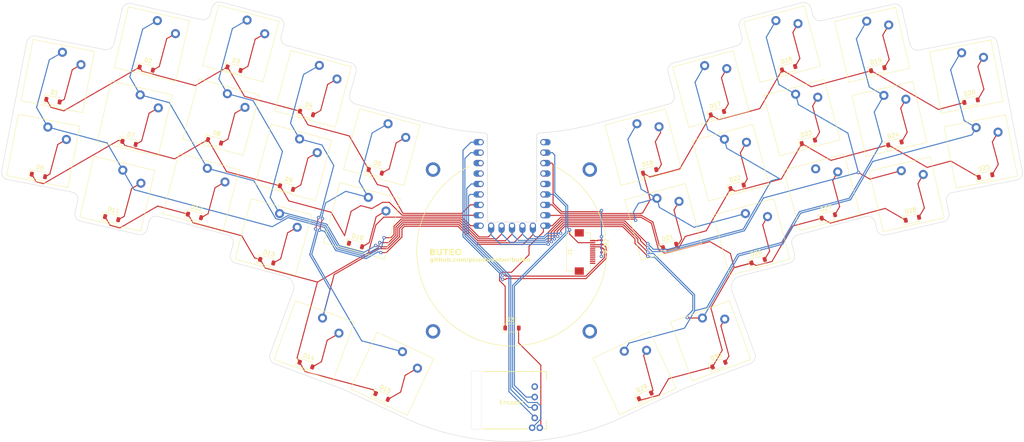
<source format=kicad_pcb>
(kicad_pcb (version 20221018) (generator pcbnew)
  (title_block (title "Buzzard") (rev "0.0.1"))
  (layers (0 "F.Cu" signal) (31 "B.Cu" signal) (34 "B.Paste" user) (35 "F.Paste" user) (36 "B.SilkS" user "B.Silkscreen") (37 "F.SilkS" user "F.Silkscreen") (38 "B.Mask" user) (39 "F.Mask" user) (44 "Edge.Cuts" user))
  (net 0 "")
  (net 1 "GP6")
  (net 2 "Net-(D1-A)")
  (net 3 "Net-(D2-A)")
  (net 4 "Net-(D3-A)")
  (net 5 "Net-(D4-A)")
  (net 6 "Net-(D5-A)")
  (net 7 "GP7")
  (net 8 "Net-(D6-A)")
  (net 9 "Net-(D7-A)")
  (net 10 "Net-(D8-A)")
  (net 11 "Net-(D9-A)")
  (net 12 "Net-(D10-A)")
  (net 13 "GP8")
  (net 14 "Net-(D11-A)")
  (net 15 "Net-(D12-A)")
  (net 16 "Net-(D13-A)")
  (net 17 "Net-(D14-A)")
  (net 18 "Net-(D15-A)")
  (net 19 "GP9")
  (net 20 "Net-(D16-A)")
  (net 21 "Net-(D17-A)")
  (net 22 "Net-(D18-A)")
  (net 23 "Net-(D19-A)")
  (net 24 "Net-(D20-A)")
  (net 25 "GP11")
  (net 26 "Net-(D21-A)")
  (net 27 "Net-(D22-A)")
  (net 28 "Net-(D23-A)")
  (net 29 "Net-(D24-A)")
  (net 30 "Net-(D25-A)")
  (net 31 "GP12")
  (net 32 "Net-(D26-A)")
  (net 33 "Net-(D27-A)")
  (net 34 "Net-(D28-A)")
  (net 35 "Net-(D29-A)")
  (net 36 "Net-(D30-A)")
  (net 37 "GP0")
  (net 38 "GP1")
  (net 39 "GP2")
  (net 40 "GP3")
  (net 41 "GP4")
  (net 42 "GP5")
  (net 43 "GP13")
  (net 44 "GP14")
  (net 45 "GP15")
  (net 46 "GP10")
  (net 47 "Net-(D31-A)")
  (net 48 "GP26")
  (net 49 "GP27")
  (net 50 "GP28")
  (net 51 "3V3")
  (net 52 "5V")
  (net 53 "GND")
  (net 62 "GP29")
  (footprint "PCM_Switch_Keyboard_Kailh:SW_Kailh_Choc_V1_1.00u" (layer "F.Cu") (at 79.307567 65.953327 -15)
    (fp_text reference "SW8" hide)
    (fp_text value "SW_SPST")
  )
  (footprint "MountingHole:MountingHole_2.2mm_M2_ISO7380_Pad_TopBottom" (layer "F.Cu") (at 130.822663 118.078069)
    (fp_text reference "REF**" hide)
    (fp_text value "MountingHole_2.2mm_M2_ISO7380_Pad_TopBottom")
  )
  (footprint "PCM_Switch_Keyboard_Kailh:SW_Kailh_Choc_V1_1.00u" (layer "F.Cu") (at 215.673456 48.166137 15)
    (fp_text reference "SW18" hide)
    (fp_text value "SW_SPST")
  )
  (footprint "Diode_SMD:D_SOD-123" (layer "F.Cu") (at 52.726536 90.538569 -13)
    (fp_text reference "D11")
    (fp_text value "D_Small")
  )
  (footprint "PCM_Switch_Keyboard_Kailh:SW_Kailh_Choc_V1_1.00u" (layer "F.Cu") (at 74.442807 84.108865 -15)
    (fp_text reference "SW12" hide)
    (fp_text value "SW_SPST")
  )
  (footprint "PCM_Switch_Keyboard_Kailh:SW_Kailh_Choc_V1_1.00u" (layer "F.Cu") (at 220.472478 66.076334 15)
    (fp_text reference "SW23" hide)
    (fp_text value "SW_SPST")
  )
  (footprint "Diode_SMD:D_SOD-123" (layer "F.Cu") (at 265.121218 80.273921 11)
    (fp_text reference "D25")
    (fp_text value "D_Small")
  )
  (footprint "PCM_Switch_Keyboard_Kailh:SW_Kailh_Choc_V1_1.00u" (layer "F.Cu") (at 101.665753 59.059135 -15)
    (fp_text reference "SW4" hide)
    (fp_text value "SW_SPST")
  )
  (footprint "Diode_SMD:D_SOD-123" (layer "F.Cu") (at 111.99351 97.063109 -15)
    (fp_text reference "D10")
    (fp_text value "D_Small")
  )
  (footprint "PCM_Switch_Keyboard_Kailh:SW_Kailh_Choc_V1_1.00u" (layer "F.Cu") (at 118.370298 73.264629 -15)
    (fp_text reference "SW5" hide)
    (fp_text value "SW_SPST")
  )
  (footprint "PCM_Switch_Keyboard_Kailh:SW_Kailh_Choc_V1_1.00u" (layer "F.Cu") (at 237.549125 48.352651 13)
    (fp_text reference "SW19" hide)
    (fp_text value "SW_SPST")
  )
  (footprint "Diode_SMD:D_SOD-123" (layer "F.Cu") (at 34.922674 80.147614 -11)
    (fp_text reference "D6")
    (fp_text value "D_Small")
  )
  (footprint "Diode_SMD:D_SOD-123" (layer "F.Cu") (at 116.792536 79.152913 -15)
    (fp_text reference "D5")
    (fp_text value "D_Small")
  )
  (footprint "Diode_SMD:D_SOD-123" (layer "F.Cu") (at 150.012664 117.25807)
    (fp_text reference "D31")
    (fp_text value "D_Small")
  )
  (footprint "Diode_SMD:D_SOD-123" (layer "F.Cu") (at 61.125758 54.157538 -13)
    (fp_text reference "D2")
    (fp_text value "D_Small")
  )
  (footprint "PCM_Switch_Keyboard_Kailh:SW_Kailh_Choc_V1_1.00u" (layer "F.Cu") (at 263.958043 74.289921 11)
    (fp_text reference "SW25" hide)
    (fp_text value "SW_SPST")
  )
  (footprint "Resistor_SMD:R_0402_1005Metric" (layer "F.Cu") (at 171.762665 98.35807 90)
    (fp_text reference "R1")
    (fp_text value "4K7")
  )
  (footprint "PCM_Switch_Keyboard_Kailh:SW_Kailh_Choc_V1_1.00u" (layer "F.Cu") (at 186.765203 91.411701 15)
    (fp_text reference "SW21" hide)
    (fp_text value "SW_SPST")
  )
  (footprint "PCM_Switch_Keyboard_Kailh:SW_Kailh_Choc_V1_1.00u" (layer "F.Cu") (at 198.359636 59.116403 15)
    (fp_text reference "SW17" hide)
    (fp_text value "SW_SPST")
  )
  (footprint "Diode_SMD:D_SOD-123" (layer "F.Cu") (at 183.478201 79.144441 15)
    (fp_text reference "D16")
    (fp_text value "D_Small")
  )
  (footprint "Diode_SMD:D_SOD-123" (layer "F.Cu") (at 222.050238 71.964618 15)
    (fp_text reference "D23")
    (fp_text value "D_Small")
  )
  (footprint "Diode_SMD:D_SOD-123" (layer "F.Cu") (at 72.865046 89.997149 -15)
    (fp_text reference "D12")
    (fp_text value "D_Small")
  )
  (footprint "Diode_SMD:D_SOD-123" (layer "F.Cu") (at 56.954716 72.224308 -13)
    (fp_text reference "D7")
    (fp_text value "D_Small")
  )
  (footprint "Diode_SMD:D_SOD-123" (layer "F.Cu") (at 99.960222 126.168598 -20)
    (fp_text reference "D14")
    (fp_text value "D_Small")
  )
  (footprint "Diode_SMD:D_SOD-123" (layer "F.Cu") (at 38.460652 61.946284 -11)
    (fp_text reference "D1")
    (fp_text value "D_Small")
  )
  (footprint "Diode_SMD:D_SOD-123" (layer "F.Cu") (at 204.736422 82.914883 15)
    (fp_text reference "D22")
    (fp_text value "D_Small")
  )
  (footprint "PCM_Switch_Keyboard_Kailh:SW_Kailh_Choc_V1_1.00u" (layer "F.Cu") (at 84.106593 48.043127 -15)
    (fp_text reference "SW3" hide)
    (fp_text value "SW_SPST")
  )
  (footprint "PCM_Switch_Keyboard_Kailh:SW_Kailh_Choc_V1_1.00u" (layer "F.Cu") (at 241.720166 66.419423 13)
    (fp_text reference "SW24" hide)
    (fp_text value "SW_SPST")
  )
  (footprint "Diode_SMD:D_SOD-123" (layer "F.Cu") (at 77.729811 71.841606 -15)
    (fp_text reference "D8")
    (fp_text value "D_Small")
  )
  (footprint "Diode_SMD:D_SOD-123" (layer "F.Cu") (at 226.915 90.12016 15)
    (fp_text reference "D27")
    (fp_text value "D_Small")
  )
  (footprint "Diode_SMD:D_SOD-123" (layer "F.Cu") (at 243.091466 72.359184 13)
    (fp_text reference "D24")
    (fp_text value "D_Small")
  )
  (footprint "PCM_Switch_Keyboard_Kailh:SW_Kailh_Choc_V1_1.00u" (layer "F.Cu") (at 203.158659 77.0266 15)
    (fp_text reference "SW22" hide)
    (fp_text value "SW_SPST")
  )
  (footprint "PCM_Switch_Keyboard_Kailh:SW_Kailh_Choc_V1_1.00u" (layer "F.Cu") (at 208.268769 95.116402 15)
    (fp_text reference "SW26" hide)
    (fp_text value "SW_SPST")
  )
  (footprint "PCM_Switch_Keyboard_Kailh:SW_Kailh_Choc_V1_1.00u" (layer "F.Cu") (at 113.571272 91.174824 -15)
    (fp_text reference "SW10" hide)
    (fp_text value "SW_SPST")
  )
  (footprint "PCM_Switch_Keyboard_Kailh:SW_Kailh_Choc_V1_1.00u" (layer "F.Cu") (at 54.097839 84.598807 -13)
    (fp_text reference "SW11" hide)
    (fp_text value "SW_SPST")
  )
  (footprint "Diode_SMD:D_SOD-123" (layer "F.Cu") (at 82.463091 54.176757 -15)
    (fp_text reference "D3")
    (fp_text value "D_Small")
  )
  (footprint "PCM_Switch_Keyboard_Kailh:SW_Kailh_Choc_V1_1.00u" (layer "F.Cu") (at 58.326018 66.284548 -13)
    (fp_text reference "SW7" hide)
    (fp_text value "SW_SPST")
  )
  (footprint "PCM_Switch_Keyboard_Kailh:SW_Kailh_Choc_V1_1.00u" (layer "F.Cu") (at 225.337238 84.231875 15)
    (fp_text reference "SW27" hide)
    (fp_text value "SW_SPST")
  )
  (footprint "Diode_SMD:D_SOD-123" (layer "F.Cu") (at 188.342964 97.299984 15)
    (fp_text reference "D21")
    (fp_text value "D_Small")
  )
  (footprint "MountingHole:MountingHole_2.2mm_M2_ISO7380_Pad_TopBottom" (layer "F.Cu") (at 130.822663 78.708069)
    (fp_text reference "REF**" hide)
    (fp_text value "MountingHole_2.2mm_M2_ISO7380_Pad_TopBottom")
  )
  (footprint "PCM_Switch_Keyboard_Kailh:SW_Kailh_Choc_V1_1.00u" (layer "F.Cu") (at 36.085844 74.163616 -11)
    (fp_text reference "SW6" hide)
    (fp_text value "SW_SPST")
  )
  (footprint "MountingHole:MountingHole_2.2mm_M2_ISO7380_Pad_TopBottom" (layer "F.Cu") (at 168.922661 78.70807)
    (fp_text reference "REF**" hide)
    (fp_text value "MountingHole_2.2mm_M2_ISO7380_Pad_TopBottom")
  )
  (footprint "PCM_Switch_Keyboard_Kailh:SW_Kailh_Choc_V1_1.00u" (layer "F.Cu") (at 245.948347 84.733682 13)
    (fp_text reference "SW28" hide)
    (fp_text value "SW_SPST")
  )
  (footprint "Diode_SMD:D_SOD-123" (layer "F.Cu") (at 118.375035 133.924581 -25)
    (fp_text reference "D15")
    (fp_text value "D_Small")
  )
  (footprint "Diode_SMD:D_SOD-123" (layer "F.Cu") (at 217.251214 54.054423 15)
    (fp_text reference "D18")
    (fp_text value "D_Small")
  )
  (footprint "PCM_Switch_Keyboard_Kailh:SW_Kailh_Choc_V1_1.00u" (layer "F.Cu") (at 260.420065 56.088591 11)
    (fp_text reference "SW20" hide)
    (fp_text value "SW_SPST")
  )
  (footprint "Diode_SMD:D_SOD-123" (layer "F.Cu") (at 90.424206 101.013158 -15)
    (fp_text reference "D13")
    (fp_text value "D_Small")
  )
  (footprint "PCM_Switch_Keyboard_Kailh:SW_Kailh_Choc_V1_1.00u" (layer "F.Cu") (at 39.623823 55.962286 -11)
    (fp_text reference "SW1" hide)
    (fp_text value "SW_SPST")
  )
  (footprint "Resistor_SMD:R_0402_1005Metric" (layer "F.Cu") (at 171.762665 96.408071 90)
    (fp_text reference "R2")
    (fp_text value "4K7")
  )
  (footprint "PCM_Switch_Keyboard_Kailh:SW_Kailh_Choc_V1_1.00u" (layer "F.Cu") (at 181.90044 73.256157 15)
    (fp_text reference "SW16" hide)
    (fp_text value "SW_SPST")
  )
  (footprint "PCM_Switch_Keyboard_Kailh:SW_Kailh_Choc_V1_1.00u" (layer "F.Cu") (at 92.001967 95.124875 -15)
    (fp_text reference "SW13" hide)
    (fp_text value "SW_SPST")
  )
  (footprint "Diode_SMD:D_SOD-123" (layer "F.Cu") (at 261.583237 62.07259 11)
    (fp_text reference "D20")
    (fp_text value "D_Small")
  )
  (footprint "Diode_SMD:D_SOD-123" (layer "F.Cu") (at 199.937397 65.004687 15)
    (fp_text reference "D17")
    (fp_text value "D_Small")
  )
  (footprint "Diode_SMD:D_SOD-123" (layer "F.Cu") (at 182.378244 133.776262 25)
    (fp_text reference "D29")
    (fp_text value "D_Small")
  )
  (footprint "MountingHole:MountingHole_2.2mm_M2_ISO7380_Pad_TopBottom" (layer "F.Cu") (at 168.922663 118.078071)
    (fp_text reference "REF**" hide)
    (fp_text value "MountingHole_2.2mm_M2_ISO7380_Pad_TopBottom")
  )
  (footprint "Diode_SMD:D_SOD-123" (layer "F.Cu") (at 200.310517 126.160128 20)
    (fp_text reference "D30")
    (fp_text value "D_Small")
  )
  (footprint "PCM_Switch_Keyboard_Kailh:SW_Kailh_Choc_V1_1.00u" (layer "F.Cu") (at 101.95261 120.376059 -20)
    (fp_text reference "SW14" hide)
    (fp_text value "SW_SPST")
  )
  (footprint "Diode_SMD:D_SOD-123" (layer "F.Cu") (at 238.920424 54.292413 13)
    (fp_text reference "D19")
    (fp_text value "D_Small")
  )
  (footprint "Connector_FFC-FPC:Hirose_FH12-12S-0.5SH_1x12-1MP_P0.50mm_Horizontal" (layer "F.Cu") (at 167.762661 98.75807 -90)
    (fp_text reference "J1")
    (fp_text value "Conn_01x12_Pin")
  )
  (footprint "Diode_SMD:D_SOD-123" (layer "F.Cu") (at 100.087994 64.947418 -15)
    (fp_text reference "D4")
    (fp_text value "D_Small")
  )
  (footprint "Diode_SMD:D_SOD-123" (layer "F.Cu") (at 209.846528 101.004687 15)
    (fp_text reference "D26")
    (fp_text value "D_Small")
  )
  (footprint "Diode_SMD:D_SOD-123" (layer "F.Cu") (at 247.319647 90.673445 13)
    (fp_text reference "D28")
    (fp_text value "D_Small")
  )
  (footprint "PCM_Switch_Keyboard_Kailh:SW_Kailh_Choc_V1_1.00u" (layer "F.Cu") (at 96.866734 76.969331 -15)
    (fp_text reference "SW9" hide)
    (fp_text value "SW_SPST")
  )
  (footprint "PCM_Switch_Keyboard_Kailh:SW_Kailh_Choc_V1_1.00u" (layer "F.Cu") (at 198.318127 120.367587 20)
    (fp_text reference "SW30" hide)
    (fp_text value "SW_SPST")
  )
  (footprint "PCM_Switch_Keyboard_Kailh:SW_Kailh_Choc_V1_1.00u" (layer "F.Cu") (at 120.897034 128.374418 -25)
    (fp_text reference "SW15" hide)
    (fp_text value "SW_SPST")
  )
  (footprint "PCM_Switch_Keyboard_Kailh:SW_Kailh_Choc_V1_1.00u" (layer "F.Cu") (at 62.497059 48.217781 -13)
    (fp_text reference "SW2" hide)
    (fp_text value "SW_SPST")
  )
  (footprint "Diode_SMD:D_SOD-123" (layer "F.Cu") (at 95.223232 83.102961 -15)
    (fp_text reference "D9")
    (fp_text value "D_Small")
  )
  (footprint "PCM_Switch_Keyboard_Kailh:SW_Kailh_Choc_V1_1.00u" (layer "F.Cu") (at 179.801964 128.25141 25)
    (fp_text reference "SW29" hide)
    (fp_text value "SW_SPST")
  )
  (footprint "switch:EVQWGD001" (layer "F.Cu") (at 149.912664 135.333071 180)
    (fp_text reference "Encoder")
    (fp_text value "RotaryEncoder_Switch")
    (fp_line (start 7.4 -6.3) (end 7.4 7.3) (stroke (width 0.05)) (layer "Edge.Cuts"))
    (fp_line (start 7.7 7.6) (end 9.5 7.6) (stroke (width 0.05)) (layer "Edge.Cuts"))
    (fp_line (start 9.5 -6.6) (end 7.7 -6.6) (stroke (width 0.05)) (layer "Edge.Cuts"))
    (fp_line (start 9.8 7.3) (end 9.8 -6.3) (stroke (width 0.05)) (layer "Edge.Cuts"))
    (fp_arc (start 7.4 -6.3) (mid 7.487868 -6.512132) (end 7.7 -6.6) (stroke (width 0.05)) (layer "Edge.Cuts"))
    (fp_arc (start 7.7 7.6) (mid 7.487868 7.512132) (end 7.4 7.3) (stroke (width 0.05)) (layer "Edge.Cuts"))
    (fp_arc (start 9.5 -6.6) (mid 9.712132 -6.512132) (end 9.8 -6.3) (stroke (width 0.05)) (layer "Edge.Cuts"))
    (fp_arc (start 9.8 7.3) (mid 9.712132 7.512132) (end 9.5 7.6) (stroke (width 0.05)) (layer "Edge.Cuts"))
  )
  (footprint "mcu:rp2040-zero-tht" (layer "B.Cu") (at 150.017664 82.213069 180)
    (fp_text reference "RZ1" hide)
    (fp_text value "rp2040-zero" hide)
    (fp_line (start -6 -9.25) (end 6 -9.25) (stroke (width 0.12)) (layer "Edge.Cuts"))
    (fp_line (start -6 11.75) (end -6 -9.25) (stroke (width 0.12)) (layer "Edge.Cuts"))
    (fp_line (start 6 -9.25) (end 6 11.75) (stroke (width 0.12)) (layer "Edge.Cuts"))
  )
  (gr_arc (start 172.997713 99.741748) (mid 137.25594 117.800423) (end 139.758197 77.833829) (stroke (width 0.15)) (layer "F.SilkS"))
  (gr_arc (start 160.458197 77.933829) (mid 168.692204 84.984805) (end 172.758197 95.033828) (stroke (width 0.15)) (layer "F.SilkS"))
  (gr_line (start 175.252448 139.737423) (end 192.302447 131.787424) (stroke (width 0.1)) (layer "Edge.Cuts"))
  (gr_line (start 67.427448 91.012425) (end 81.015546 94.674042) (stroke (width 0.1)) (layer "Edge.Cuts"))
  (gr_line (start 34.265546 46.224039) (end 51.090546 49.524041) (stroke (width 0.1)) (layer "Edge.Cuts"))
  (gr_arc (start 53.315546 47.874039) (mid 52.564717 49.186747) (end 51.090546 49.524041) (stroke (width 0.1)) (layer "Edge.Cuts"))
  (gr_line (start 92.390545 125.949039) (end 109.202445 132.262426) (stroke (width 0.1)) (layer "Edge.Cuts"))
  (gr_arc (start 188.015547 55.22404) (mid 188.130451 53.646388) (end 189.415545 52.72404) (stroke (width 0.1)) (layer "Edge.Cuts"))
  (gr_arc (start 143.458197 69.818777) (mid 136.290239 68.983362) (end 129.252447 67.387423) (stroke (width 0.1)) (layer "Edge.Cuts"))
  (gr_arc (start 95.052444 104.737425) (mid 96.654956 106.065576) (end 96.888124 108.133828) (stroke (width 0.1)) (layer "Edge.Cuts"))
  (gr_arc (start 93.190548 41.674039) (mid 94.362565 42.514788) (end 94.515545 43.94904) (stroke (width 0.1)) (layer "Edge.Cuts"))
  (gr_arc (start 77.090546 39.424039) (mid 77.957256 38.203128) (end 79.440547 37.99904) (stroke (width 0.1)) (layer "Edge.Cuts"))
  (gr_arc (start 274.015547 78.949041) (mid 273.793069 80.451877) (end 272.515548 81.27404) (stroke (width 0.1)) (layer "Edge.Cuts"))
  (gr_line (start 228.227444 92.237424) (end 235.840547 90.199039) (stroke (width 0.1)) (layer "Edge.Cuts"))
  (gr_line (start 82.215546 96.89904) (end 81.590546 99.199041) (stroke (width 0.1)) (layer "Edge.Cuts"))
  (gr_arc (start 92.390545 125.949039) (mid 91.253943 124.896745) (end 91.315546 123.349041) (stroke (width 0.1)) (layer "Edge.Cuts"))
  (gr_line (start 171.002447 67.362423) (end 187.990546 62.82404) (stroke (width 0.1)) (layer "Edge.Cuts"))
  (gr_line (start 228.227444 92.237424) (end 219.565546 94.601695) (stroke (width 0.1)) (layer "Edge.Cuts"))
  (gr_arc (start 81.015546 94.674042) (mid 82.06061 95.546506) (end 82.215546 96.89904) (stroke (width 0.1)) (layer "Edge.Cuts"))
  (gr_arc (start 32.040547 47.874039) (mid 32.791376 46.561333) (end 34.265546 46.224039) (stroke (width 0.1)) (layer "Edge.Cuts"))
  (gr_line (start 265.740547 46.399042) (end 249.015545 49.624039) (stroke (width 0.1)) (layer "Edge.Cuts"))
  (gr_arc (start 95.240545 48.49904) (mid 94.092494 47.628759) (end 93.915546 46.19904) (stroke (width 0.1)) (layer "Edge.Cuts"))
  (gr_arc (start 110.665546 52.674041) (mid 111.890423 53.536348) (end 112.065546 55.02404) (stroke (width 0.1)) (layer "Edge.Cuts"))
  (gr_arc (start 143.458197 69.818777) (mid 143.884846 70.01335) (end 144.017664 70.463069) (stroke (width 0.1)) (layer "Edge.Cuts"))
  (gr_line (start 240.990546 94.599039) (end 254.75545 91.421388) (stroke (width 0.1)) (layer "Edge.Cuts"))
  (gr_line (start 220.187891 38.159136) (end 206.700642 41.776694) (stroke (width 0.1)) (layer "Edge.Cuts"))
  (gr_line (start 61.790546 91.299041) (end 61.371494 93.105732) (stroke (width 0.1)) (layer "Edge.Cuts"))
  (gr_arc (start 43.265547 84.22404) (mid 44.303765 85.09852) (end 44.440546 86.449039) (stroke (width 0.1)) (layer "Edge.Cuts"))
  (gr_line (start 91.315546 123.349041) (end 96.888124 108.133828) (stroke (width 0.1)) (layer "Edge.Cuts"))
  (gr_arc (start 55.240547 39.759113) (mid 56.052944 38.549043) (end 57.490545 38.309111) (stroke (width 0.1)) (layer "Edge.Cuts"))
  (gr_arc (start 255.640547 86.67404) (mid 255.812803 85.162393) (end 257.065549 84.299041) (stroke (width 0.1)) (layer "Edge.Cuts"))
  (gr_line (start 82.765547 101.44904) (end 95.052444 104.737425) (stroke (width 0.1)) (layer "Edge.Cuts"))
  (gr_line (start 192.302447 131.787424) (end 207.915548 125.924039) (stroke (width 0.1)) (layer "Edge.Cuts"))
  (gr_line (start 274.015547 78.949041) (end 267.987893 47.859135) (stroke (width 0.1)) (layer "Edge.Cuts"))
  (gr_arc (start 205.308997 44.255731) (mid 205.425415 42.690955) (end 206.700642 41.776694) (stroke (width 0.1)) (layer "Edge.Cuts"))
  (gr_line (start 26.015546 78.849042) (end 32.040547 47.874039) (stroke (width 0.1)) (layer "Edge.Cuts"))
  (gr_line (start 218.100641 97.101694) (end 218.626543 99.057059) (stroke (width 0.1)) (layer "Edge.Cuts"))
  (gr_line (start 45.065545 91.249041) (end 59.040546 94.474041) (stroke (width 0.1)) (layer "Edge.Cuts"))
  (gr_arc (start 156.017665 70.463069) (mid 156.150484 70.01335) (end 156.577132 69.818778) (stroke (width 0.1)) (layer "Edge.Cuts"))
  (gr_arc (start 205.840548 46.224039) (mid 205.681279 47.776055) (end 204.405451 48.67404) (stroke (width 0.1)) (layer "Edge.Cuts"))
  (gr_line (start 246.765549 48.274042) (end 244.837892 39.949039) (stroke (width 0.1)) (layer "Edge.Cuts"))
  (gr_line (start 272.515548 81.27404) (end 257.065549 84.299041) (stroke (width 0.1)) (layer "Edge.Cuts"))
  (gr_line (start 129.252446 67.387425) (end 112.040548 62.774039) (stroke (width 0.1)) (layer "Edge.Cuts"))
  (gr_arc (start 218.100641 97.101694) (mid 218.233034 95.500082) (end 219.565546 94.601695) (stroke (width 0.1)) (layer "Edge.Cuts"))
  (gr_arc (start 171.002447 67.362423) (mid 163.854751 68.972094) (end 156.577132 69.818778) (stroke (width 0.1)) (layer "Edge.Cuts"))
  (gr_line (start 93.915546 46.19904) (end 94.515545 43.94904) (stroke (width 0.1)) (layer "Edge.Cuts"))
  (gr_line (start 209.030452 123.521385) (end 203.428197 108.083829) (stroke (width 0.1)) (layer "Edge.Cuts"))
  (gr_arc (start 220.187891 38.159136) (mid 221.765546 38.274039) (end 222.687892 39.559136) (stroke (width 0.1)) (layer "Edge.Cuts"))
  (gr_line (start 57.490545 38.309111) (end 74.440545 42.22404) (stroke (width 0.1)) (layer "Edge.Cuts"))
  (gr_arc (start 249.015545 49.624039) (mid 247.611414 49.414263) (end 246.765549 48.274042) (stroke (width 0.1)) (layer "Edge.Cuts"))
  (gr_arc (start 175.252448 139.737423) (mid 150.362723 144.904919) (end 125.452445 139.837424) (stroke (width 0.1)) (layer "Edge.Cuts"))
  (gr_line (start 242.440546 38.499041) (end 225.440547 42.424039) (stroke (width 0.1)) (layer "Edge.Cuts"))
  (gr_line (start 67.427448 91.012425) (end 63.990546 90.124041) (stroke (width 0.1)) (layer "Edge.Cuts"))
  (gr_arc (start 265.740547 46.399042) (mid 267.177145 46.64744) (end 267.987893 47.859135) (stroke (width 0.1)) (layer "Edge.Cuts"))
  (gr_line (start 205.263877 104.687424) (end 217.415549 101.474041) (stroke (width 0.1)) (layer "Edge.Cuts"))
  (gr_arc (start 209.030452 123.521385) (mid 208.980584 124.958246) (end 207.915548 125.924039) (stroke (width 0.1)) (layer "Edge.Cuts"))
  (gr_line (start 53.315546 47.874039) (end 55.240547 39.759113) (stroke (width 0.1)) (layer "Edge.Cuts"))
  (gr_line (start 205.840548 46.224039) (end 205.308997 44.255731) (stroke (width 0.1)) (layer "Edge.Cuts"))
  (gr_arc (start 235.840547 90.199039) (mid 237.300099 90.28026) (end 238.247822 91.393232) (stroke (width 0.1)) (layer "Edge.Cuts"))
  (gr_arc (start 256.190546 89.049039) (mid 256.004149 90.55652) (end 254.75545 91.421388) (stroke (width 0.1)) (layer "Edge.Cuts"))
  (gr_arc (start 27.340548 81.124041) (mid 26.202184 80.263692) (end 26.015546 78.849042) (stroke (width 0.1)) (layer "Edge.Cuts"))
  (gr_line (start 109.202445 132.262426) (end 125.452445 139.837424) (stroke (width 0.1)) (layer "Edge.Cuts"))
  (gr_line (start 238.247822 91.393232) (end 238.643202 93.124039) (stroke (width 0.1)) (layer "Edge.Cuts"))
  (gr_arc (start 112.040548 62.774039) (mid 110.857156 61.943479) (end 110.578255 60.524868) (stroke (width 0.1)) (layer "Edge.Cuts"))
  (gr_arc (start 242.440546 38.499041) (mid 243.974637 38.669478) (end 244.837892 39.949039) (stroke (width 0.1)) (layer "Edge.Cuts"))
  (gr_line (start 255.640547 86.67404) (end 256.190546 89.049039) (stroke (width 0.1)) (layer "Edge.Cuts"))
  (gr_arc (start 218.626543 99.057059) (mid 218.546041 100.52859) (end 217.415549 101.474041) (stroke (width 0.1)) (layer "Edge.Cuts"))
  (gr_line (start 223.068202 40.988945) (end 222.687892 39.559136) (stroke (width 0.1)) (layer "Edge.Cuts"))
  (gr_arc (start 203.428197 108.083829) (mid 203.661365 106.015577) (end 205.263877 104.687424) (stroke (width 0.1)) (layer "Edge.Cuts"))
  (gr_line (start 79.440547 37.99904) (end 93.190548 41.674039) (stroke (width 0.1)) (layer "Edge.Cuts"))
  (gr_arc (start 45.065545 91.249041) (mid 44.005553 90.367675) (end 43.840546 88.99904) (stroke (width 0.1)) (layer "Edge.Cuts"))
  (gr_line (start 189.415545 52.72404) (end 204.405451 48.67404) (stroke (width 0.1)) (layer "Edge.Cuts"))
  (gr_arc (start 61.371494 93.105732) (mid 60.512337 94.311705) (end 59.040546 94.474041) (stroke (width 0.1)) (layer "Edge.Cuts"))
  (gr_line (start 76.715546 40.79904) (end 77.090546 39.424039) (stroke (width 0.1)) (layer "Edge.Cuts"))
  (gr_arc (start 189.415546 60.44904) (mid 189.242429 61.960169) (end 187.990546 62.82404) (stroke (width 0.1)) (layer "Edge.Cuts"))
  (gr_line (start 110.578255 60.524868) (end 112.065546 55.02404) (stroke (width 0.1)) (layer "Edge.Cuts"))
  (gr_arc (start 76.715546 40.79904) (mid 75.884094 42.000144) (end 74.440545 42.22404) (stroke (width 0.1)) (layer "Edge.Cuts"))
  (gr_arc (start 82.765547 101.44904) (mid 81.719244 100.563638) (end 81.590546 99.199041) (stroke (width 0.1)) (layer "Edge.Cuts"))
  (gr_line (start 27.340548 81.124041) (end 43.265547 84.22404) (stroke (width 0.1)) (layer "Edge.Cuts"))
  (gr_line (start 44.440546 86.449039) (end 43.840546 88.99904) (stroke (width 0.1)) (layer "Edge.Cuts"))
  (gr_arc (start 61.790546 91.299041) (mid 62.654123 90.268876) (end 63.990546 90.124041) (stroke (width 0.1)) (layer "Edge.Cuts"))
  (gr_arc (start 240.990546 94.599039) (mid 239.483461 94.392139) (end 238.643202 93.124039) (stroke (width 0.1)) (layer "Edge.Cuts"))
  (gr_arc (start 225.440547 42.424039) (mid 223.933066 42.237644) (end 223.068202 40.988945) (stroke (width 0.1)) (layer "Edge.Cuts"))
  (gr_line (start 110.665546 52.674041) (end 95.240545 48.49904) (stroke (width 0.1)) (layer "Edge.Cuts"))
  (gr_line (start 189.415546 60.44904) (end 188.015547 55.22404) (stroke (width 0.1)) (layer "Edge.Cuts"))
  (gr_text "BUTEO" (at 129.9 99.8) (layer "F.SilkS") (effects (font (size 1.5 1.5) (thickness 0.2) bold) (justify left bottom)))
  (gr_text "github.com/pixelbreaker/buteo" (at 130 101.3) (layer "F.SilkS") (effects (font (size 1 1) (thickness 0.2) bold) (justify left bottom)))
  (segment (start 80.869312 53.749706) (end 73.047356 58.265715) (width 0.25) (layer "F.Cu") (net 1))
  (segment (start 60.101461 54.796873) (end 59.518047 53.786369) (width 0.25) (layer "F.Cu") (net 1))
  (segment (start 100.426758 67.840397) (end 98.512813 64.525352) (width 0.25) (layer "F.Cu") (net 1))
  (segment (start 37.965389 63.579003) (end 41.10132 64.419272) (width 0.25) (layer "F.Cu") (net 1))
  (segment (start 117.294817 82.356346) (end 110.467309 70.530757) (width 0.25) (layer "F.Cu") (net 1))
  (segment (start 98.512813 64.525352) (end 85.000228 60.904665) (width 0.25) (layer "F.Cu") (net 1))
  (segment (start 142.297663 87.29307) (end 139.88701 87.29307) (width 0.25) (layer "F.Cu") (net 1))
  (segment (start 123.523092 89.383069) (end 119.863606 83.044651) (width 0.25) (layer "F.Cu") (net 1))
  (segment (start 110.467309 70.530757) (end 100.426758 67.840397) (width 0.25) (layer "F.Cu") (net 1))
  (segment (start 123.523092 89.383069) (end 137.797009 89.383071) (width 0.25) (layer "F.Cu") (net 1))
  (segment (start 36.840968 61.63145) (end 37.965389 63.579003) (width 0.25) (layer "F.Cu") (net 1))
  (segment (start 119.863606 83.044651) (end 117.294817 82.356346) (width 0.25) (layer "F.Cu") (net 1))
  (segment (start 85.000228 60.904665) (end 80.869312 53.749706) (width 0.25) (layer "F.Cu") (net 1))
  (segment (start 73.047356 58.265715) (end 60.101461 54.796873) (width 0.25) (layer "F.Cu") (net 1))
  (segment (start 139.88701 87.29307) (end 137.797009 89.383071) (width 0.25) (layer "F.Cu") (net 1))
  (segment (start 41.10132 64.419272) (end 59.518047 53.786369) (width 0.25) (layer "F.Cu") (net 1))
  (segment (start 41.213315 61.606993) (end 43.142565 54.406936) (width 0.25) (layer "F.Cu") (net 2))
  (segment (start 43.142565 54.406936) (end 45.257037 53.186147) (width 0.25) (layer "F.Cu") (net 2))
  (segment (start 40.080338 62.26112) (end 41.213315 61.606993) (width 0.25) (layer "F.Cu") (net 2))
  (segment (start 66.101889 46.86497) (end 68.223727 45.639927) (width 0.25) (layer "F.Cu") (net 3))
  (segment (start 62.733469 54.52871) (end 64.289045 53.630597) (width 0.25) (layer "F.Cu") (net 3))
  (segment (start 64.289045 53.630597) (end 66.101889 46.86497) (width 0.25) (layer "F.Cu") (net 3))
  (segment (start 87.597451 47.007478) (end 89.919732 45.666706) (width 0.25) (layer "F.Cu") (net 4))
  (segment (start 84.056868 54.603809) (end 85.837481 53.575774) (width 0.25) (layer "F.Cu") (net 4))
  (segment (start 85.837481 53.575774) (end 87.597451 47.007478) (width 0.25) (layer "F.Cu") (net 4))
  (segment (start 105.20315 57.996614) (end 107.478896 56.682714) (width 0.25) (layer "F.Cu") (net 5))
  (segment (start 101.68177 65.37447) (end 103.508925 64.319562) (width 0.25) (layer "F.Cu") (net 5))
  (segment (start 103.508925 64.319562) (end 105.20315 57.996614) (width 0.25) (layer "F.Cu") (net 5))
  (segment (start 120.168147 78.55122) (end 121.862377 72.228271) (width 0.25) (layer "F.Cu") (net 6))
  (segment (start 118.386311 79.579967) (end 120.168147 78.55122) (width 0.25) (layer "F.Cu") (net 6))
  (segment (start 121.862377 72.228271) (end 124.18344 70.888207) (width 0.25) (layer "F.Cu") (net 6))
  (segment (start 93.648049 82.680892) (end 95.759278 86.337644) (width 0.25) (layer "F.Cu") (net 7))
  (segment (start 55.347007 71.853138) (end 55.930424 72.863642) (width 0.25) (layer "F.Cu") (net 7))
  (segment (start 120.191048 86.687423) (end 123.336695 89.83307) (width 0.25) (layer "F.Cu") (net 7))
  (segment (start 55.930424 72.863642) (end 68.016824 76.102182) (width 0.25) (layer "F.Cu") (net 7))
  (segment (start 123.336695 89.83307) (end 142.397664 89.83307) (width 0.25) (layer "F.Cu") (net 7))
  (segment (start 95.759278 86.337644) (end 106.045178 89.093744) (width 0.25) (layer "F.Cu") (net 7))
  (segment (start 109.331759 94.786269) (end 110.922391 88.849949) (width 0.25) (layer "F.Cu") (net 7))
  (segment (start 106.045178 89.093744) (end 109.331759 94.786269) (width 0.25) (layer "F.Cu") (net 7))
  (segment (start 68.016824 76.102182) (end 76.136031 71.414557) (width 0.25) (layer "F.Cu") (net 7))
  (segment (start 115.929041 88.202047) (end 118.552446 86.687422) (width 0.25) (layer "F.Cu") (net 7))
  (segment (start 113.275912 87.491141) (end 115.929041 88.202047) (width 0.25) (layer "F.Cu") (net 7))
  (segment (start 36.15099 82.141918) (end 54.407643 71.601436) (width 0.25) (layer "F.Cu") (net 7))
  (segment (start 54.407643 71.601436) (end 55.347007 71.853138) (width 0.25) (layer "F.Cu") (net 7))
  (segment (start 76.136031 71.414557) (end 80.62616 79.191687) (width 0.25) (layer "F.Cu") (net 7))
  (segment (start 110.922391 88.849949) (end 113.275912 87.491141) (width 0.25) (layer "F.Cu") (net 7))
  (segment (start 118.552446 86.687422) (end 120.191048 86.687423) (width 0.25) (layer "F.Cu") (net 7))
  (segment (start 34.358937 81.661739) (end 36.15099 82.141918) (width 0.25) (layer "F.Cu") (net 7))
  (segment (start 80.62616 79.191687) (end 93.629454 82.67591) (width 0.25) (layer "F.Cu") (net 7))
  (segment (start 93.629454 82.67591) (end 93.648049 82.680892) (width 0.25) (layer "F.Cu") (net 7))
  (segment (start 33.302988 79.832781) (end 34.358937 81.661739) (width 0.25) (layer "F.Cu") (net 7))
  (segment (start 39.612638 72.603619) (end 41.719055 71.387477) (width 0.25) (layer "F.Cu") (net 8))
  (segment (start 36.54236 80.462449) (end 37.683387 79.803677) (width 0.25) (layer "F.Cu") (net 8))
  (segment (start 37.683387 79.803677) (end 39.612638 72.603619) (width 0.25) (layer "F.Cu") (net 8))
  (segment (start 58.562428 72.59548) (end 59.999072 71.766031) (width 0.25) (layer "F.Cu") (net 9))
  (segment (start 59.999072 71.766031) (end 61.811914 65.000404) (width 0.25) (layer "F.Cu") (net 9))
  (segment (start 61.811914 65.000404) (end 64.052683 63.706696) (width 0.25) (layer "F.Cu") (net 9))
  (segment (start 79.323586 72.268658) (end 80.981723 71.311333) (width 0.25) (layer "F.Cu") (net 10))
  (segment (start 82.675952 64.988385) (end 85.120711 63.576906) (width 0.25) (layer "F.Cu") (net 10))
  (segment (start 80.981723 71.311333) (end 82.675952 64.988385) (width 0.25) (layer "F.Cu") (net 10))
  (segment (start 100.434747 75.889134) (end 102.679873 74.592909) (width 0.25) (layer "F.Cu") (net 11))
  (segment (start 98.674779 82.457428) (end 100.434747 75.889134) (width 0.25) (layer "F.Cu") (net 11))
  (segment (start 96.817006 83.530013) (end 98.674779 82.457428) (width 0.25) (layer "F.Cu") (net 11))
  (segment (start 117.002119 90.173821) (end 119.384416 88.798402) (width 0.25) (layer "F.Cu") (net 12))
  (segment (start 115.307887 96.496773) (end 117.002119 90.173821) (width 0.25) (layer "F.Cu") (net 12))
  (segment (start 113.587292 97.490161) (end 115.307887 96.496773) (width 0.25) (layer "F.Cu") (net 12))
  (segment (start 84.336482 94.820243) (end 87.452189 100.216805) (width 0.25) (layer "F.Cu") (net 13))
  (segment (start 102.721731 106.087622) (end 115.122274 98.928167) (width 0.25) (layer "F.Cu") (net 13))
  (segment (start 98.409725 125.604265) (end 99.705389 127.84842) (width 0.25) (layer "F.Cu") (net 13))
  (segment (start 51.11883 90.167398) (end 52.336427 92.276337) (width 0.25) (layer "F.Cu") (net 13))
  (segment (start 137.838301 90.283073) (end 139.928303 92.373072) (width 0.25) (layer "F.Cu") (net 13))
  (segment (start 90.04575 102.691107) (end 102.721731 106.087622) (width 0.25) (layer "F.Cu") (net 13))
  (segment (start 116.925314 92.19912) (end 118.841363 90.283073) (width 0.25) (layer "F.Cu") (net 13))
  (segment (start 118.841363 90.283073) (end 137.838301 90.283073) (width 0.25) (layer "F.Cu") (net 13))
  (segment (start 71.271268 89.570102) (end 72.466084 91.639583) (width 0.25) (layer "F.Cu") (net 13))
  (segment (start 88.83043 100.586109) (end 90.04575 102.691107) (width 0.25) (layer "F.Cu") (net 13))
  (segment (start 52.336427 92.276337) (end 54.69627 92.908658) (width 0.25) (layer "F.Cu") (net 13))
  (segment (start 116.34891 132.308036) (end 116.879627 133.227265) (width 0.25) (layer "F.Cu") (net 13))
  (segment (start 139.928303 92.373072) (end 142.297664 92.373071) (width 0.25) (layer "F.Cu") (net 13))
  (segment (start 54.69627 92.908658) (end 63.899889 87.594944) (width 0.25) (layer "F.Cu") (net 13))
  (segment (start 97.783086 124.518891) (end 98.409725 125.604265) (width 0.25) (layer "F.Cu") (net 13))
  (segment (start 63.899889 87.594944) (end 71.271268 89.570102) (width 0.25) (layer "F.Cu") (net 13))
  (segment (start 115.122274 98.928167) (end 116.925314 92.19912) (width 0.25) (layer "F.Cu") (net 13))
  (segment (start 102.721731 106.087622) (end 97.783086 124.518891) (width 0.25) (layer "F.Cu") (net 13))
  (segment (start 99.705389 127.84842) (end 116.34891 132.308036) (width 0.25) (layer "F.Cu") (net 13))
  (segment (start 87.452189 100.216805) (end 88.83043 100.586109) (width 0.25) (layer "F.Cu") (net 13))
  (segment (start 72.466084 91.639583) (end 84.336482 94.820243) (width 0.25) (layer "F.Cu") (net 13))
  (segment (start 57.576425 83.318889) (end 59.824502 82.020957) (width 0.25) (layer "F.Cu") (net 14))
  (segment (start 55.763579 90.084514) (end 57.576425 83.318889) (width 0.25) (layer "F.Cu") (net 14))
  (segment (start 54.334249 90.909738) (end 55.763579 90.084514) (width 0.25) (layer "F.Cu") (net 14))
  (segment (start 76.147579 89.449197) (end 77.841808 83.126248) (width 0.25) (layer "F.Cu") (net 15))
  (segment (start 74.458823 90.424203) (end 76.147579 89.449197) (width 0.25) (layer "F.Cu") (net 15))
  (segment (start 77.841808 83.126248) (end 80.255947 81.732442) (width 0.25) (layer "F.Cu") (net 15))
  (segment (start 95.478128 94.097708) (end 97.81511 92.74845) (width 0.25) (layer "F.Cu") (net 16))
  (segment (start 92.017984 101.440208) (end 93.783899 100.420657) (width 0.25) (layer "F.Cu") (net 16))
  (segment (start 93.783899 100.420657) (end 95.478128 94.097708) (width 0.25) (layer "F.Cu") (net 16))
  (segment (start 105.099419 120.240828) (end 107.925617 118.609122) (width 0.25) (layer "F.Cu") (net 17))
  (segment (start 101.510712 126.732932) (end 103.698283 125.469935) (width 0.25) (layer "F.Cu") (net 17))
  (segment (start 107.925617 118.609122) (end 107.95075 118.515327) (width 0.25) (layer "F.Cu") (net 17))
  (segment (start 103.698283 125.469935) (end 105.099419 120.240828) (width 0.25) (layer "F.Cu") (net 17))
  (segment (start 119.870444 134.621903) (end 122.944786 132.846931) (width 0.25) (layer "F.Cu") (net 18))
  (segment (start 124.035915 128.774788) (end 127.034525 127.043538) (width 0.25) (layer "F.Cu") (net 18))
  (segment (start 122.944786 132.846931) (end 124.035915 128.774788) (width 0.25) (layer "F.Cu") (net 18))
  (segment (start 121.352445 92.487425) (end 123.106801 90.733069) (width 0.25) (layer "F.Cu") (net 19))
  (segment (start 142.031259 95.112425) (end 144.242657 95.112424) (width 0.25) (layer "F.Cu") (net 19))
  (segment (start 158.809548 94.006926) (end 162.054051 90.762423) (width 0.25) (layer "F.Cu") (net 19))
  (segment (start 120.546971 95.292897) (end 121.352447 94.487425) (width 0.25) (layer "F.Cu") (net 19))
  (segment (start 144.937663 94.417415) (end 144.937661 92.473071) (width 0.25) (layer "F.Cu") (net 19))
  (segment (start 137.651904 90.73307) (end 123.106801 90.733069) (width 0.25) (layer "F.Cu") (net 19))
  (segment (start 179.777948 90.762423) (end 180.052448 91.036925) (width 0.25) (layer "F.Cu") (net 19))
  (segment (start 162.054051 90.762423) (end 179.777948 90.762423) (width 0.25) (layer "F.Cu") (net 19))
  (segment (start 179.777946 90.762424) (end 180.052448 91.036925) (width 0.25) (layer "F.Cu") (net 19))
  (segment (start 158.80955 96.861924) (end 158.809548 94.006926) (width 0.25) (layer "F.Cu") (net 19))
  (segment (start 118.927121 95.292899) (end 120.546971 95.292897) (width 0.25) (layer "F.Cu") (net 19))
  (segment (start 144.242657 95.112424) (end 144.937663 94.417415) (width 0.25) (layer "F.Cu") (net 19))
  (segment (start 137.651904 90.73307) (end 142.031259 95.112425) (width 0.25) (layer "F.Cu") (net 19))
  (segment (start 121.352447 94.487425) (end 121.352445 92.487425) (width 0.25) (layer "F.Cu") (net 19))
  (via (at 180.052448 91.036925) (size 0.8) (drill 0.4) (layers "F.Cu" "B.Cu") (net 19))
  (via (at 118.927121 95.292899) (size 0.8) (drill 0.4) (layers "F.Cu" "B.Cu") (net 19))
  (via (at 158.80955 96.861924) (size 0.8) (drill 0.4) (layers "F.Cu" "B.Cu") (net 19))
  (segment (start 114.513096 99.903742) (end 118.273364 97.732753) (width 0.25) (layer "B.Cu") (net 19))
  (segment (start 34.464105 63.613178) (end 37.574878 52.00361) (width 0.25) (layer "B.Cu") (net 19))
  (segment (start 107.45037 98.011293) (end 104.427488 92.775507) (width 0.25) (layer "B.Cu") (net 19))
  (segment (start 95.582363 90.405462) (end 91.755036 92.615172) (width 0.25) (layer "B.Cu") (net 19))
  (segment (start 58.177971 83.618223) (end 51.601723 72.227832) (width 0.25) (layer "B.Cu") (net 19))
  (segment (start 180.052448 91.036925) (end 179.519556 89.048145) (width 0.25) (layer "B.Cu") (net 19))
  (segment (start 158.80955 96.861924) (end 158.759048 96.912424) (width 0.25) (layer "B.Cu") (net 19))
  (segment (start 181.420499 83.508604) (end 185.238172 85.712736) (width 0.25) (layer "B.Cu") (net 19))
  (segment (start 180.751103 86.915043) (end 185.238172 85.712736) (width 0.25) (layer "B.Cu") (net 19))
  (segment (start 144.892654 94.562424) (end 144.892656 93.087426) (width 0.25) (layer "B.Cu") (net 19))
  (segment (start 185.82668 87.909092) (end 194.240884 92.767032) (width 0.25) (layer "B.Cu") (net 19))
  (segment (start 185.238172 85.712736) (end 185.82668 87.909092) (width 0.25) (layer "B.Cu") (net 19))
  (segment (start 37.211616 68.372014) (end 34.464105 63.613178) (width 0.25) (layer "B.Cu") (net 19))
  (segment (start 178.169276 71.374866) (end 181.420499 83.508604) (width 0.25) (layer "B.Cu") (net 19))
  (segment (start 51.601723 72.227832) (end 37.211616 68.372014) (width 0.25) (layer "B.Cu") (net 19))
  (segment (start 194.240884 92.767032) (end 206.741739 89.417439) (width 0.25) (layer "B.Cu") (net 19))
  (segment (start 118.273364 97.732753) (end 118.927121 95.292899) (width 0.25) (layer "B.Cu") (net 19))
  (segment (start 107.45037 98.011293) (end 114.513096 99.903742) (width 0.25) (layer "B.Cu") (net 19))
  (segment (start 179.519556 89.048145) (end 180.751103 86.915043) (width 0.25) (layer "B.Cu") (net 19))
  (segment (start 104.427488 92.775507) (end 95.582363 90.405462) (width 0.25) (layer "B.Cu") (net 19))
  (segment (start 158.759048 96.912424) (end 147.242658 96.912424) (width 0.25) (layer "B.Cu") (net 19))
  (segment (start 180.373409 67.557194) (end 178.169276 71.374866) (width 0.25) (layer "B.Cu") (net 19))
  (segment (start 37.574878 52.00361) (end 40.749598 50.170686) (width 0.25) (layer "B.Cu") (net 19))
  (segment (start 147.242658 96.912424) (end 144.892654 94.562424) (width 0.25) (layer "B.Cu") (net 19))
  (segment (start 91.755036 92.615172) (end 58.177971 83.618223) (width 0.25) (layer "B.Cu") (net 19))
  (segment (start 184.844813 71.946988) (end 186.129711 69.721481) (width 0.25) (layer "F.Cu") (net 20))
  (segment (start 186.320082 77.452762) (end 184.844813 71.946988) (width 0.25) (layer "F.Cu") (net 20))
  (segment (start 185.684747 78.553201) (end 186.320082 77.452762) (width 0.25) (layer "F.Cu") (net 20))
  (segment (start 185.071981 78.717389) (end 185.684747 78.553201) (width 0.25) (layer "F.Cu") (net 20))
  (segment (start 186.129711 69.721481) (end 185.746559 68.291542) (width 0.25) (layer "F.Cu") (net 20))
  (segment (start 201.531177 64.577638) (end 202.609436 62.710043) (width 0.25) (layer "F.Cu") (net 21))
  (segment (start 200.915204 56.387094) (end 202.205753 54.151789) (width 0.25) (layer "F.Cu") (net 21))
  (segment (start 202.609436 62.710043) (end 200.915204 56.387094) (width 0.25) (layer "F.Cu") (net 21))
  (segment (start 218.276396 45.354768) (end 219.519574 43.201524) (width 0.25) (layer "F.Cu") (net 22))
  (segment (start 218.844991 53.627369) (end 219.970625 51.677717) (width 0.25) (layer "F.Cu") (net 22))
  (segment (start 219.970625 51.677717) (end 218.276396 45.354768) (width 0.25) (layer "F.Cu") (net 22))
  (segment (start 241.693898 51.902084) (end 240.120347 46.029512) (width 0.25) (layer "F.Cu") (net 23))
  (segment (start 240.528137 53.921244) (end 241.693898 51.902084) (width 0.25) (layer "F.Cu") (net 23))
  (segment (start 240.120347 46.029512) (end 241.566161 43.525291) (width 0.25) (layer "F.Cu") (net 23))
  (segment (start 264.705319 59.155522) (end 263.226478 53.636404) (width 0.25) (layer "F.Cu") (net 24))
  (segment (start 263.202921 61.757758) (end 264.705319 59.155522) (width 0.25) (layer "F.Cu") (net 24))
  (segment (start 264.499042 51.432252) (end 264.603129 51.404362) (width 0.25) (layer "F.Cu") (net 24))
  (segment (start 263.226478 53.636404) (end 264.499042 51.432252) (width 0.25) (layer "F.Cu") (net 24))
  (segment (start 160.262663 93.826603) (end 162.426841 91.662424) (width 0.25) (layer "F.Cu") (net 25))
  (segment (start 160.262663 95.500471) (end 160.262663 93.826603) (width 0.25) (layer "F.Cu") (net 25))
  (segment (start 122.252443 92.860216) (end 123.47959 91.633071) (width 0.25) (layer "F.Cu") (net 25))
  (segment (start 148.417656 96.012423) (end 150.017662 94.412415) (width 0.25) (layer "F.Cu") (net 25))
  (segment (start 123.47959 91.633071) (end 137.279114 91.63307) (width 0.25) (layer "F.Cu") (net 25))
  (segment (start 181.234248 95.994531) (end 183.005563 97.765847) (width 0.25) (layer "F.Cu") (net 25))
  (segment (start 181.234248 95.655622) (end 181.234248 95.994531) (width 0.25) (layer "F.Cu") (net 25))
  (segment (start 160.335915 95.573723) (end 160.262663 95.500471) (width 0.25) (layer "F.Cu") (net 25))
  (segment (start 122.252447 94.860218) (end 122.252443 92.860216) (width 0.25) (layer "F.Cu") (net 25))
  (segment (start 236.991682 81.029205) (end 244.621136 78.984898) (width 0.25) (layer "F.Cu") (net 25))
  (segment (start 118.165213 97.52028) (end 118.173066 97.512424) (width 0.25) (layer "F.Cu") (net 25))
  (segment (start 177.24105 91.662425) (end 181.234248 95.655622) (width 0.25) (layer "F.Cu") (net 25))
  (segment (start 137.279114 91.63307) (end 141.658469 96.012426) (width 0.25) (layer "F.Cu") (net 25))
  (segment (start 118.173066 97.512424) (end 119.600235 97.512424) (width 0.25) (layer "F.Cu") (net 25))
  (segment (start 150.017662 94.412415) (end 150.017663 92.473072) (width 0.25) (layer "F.Cu") (net 25))
  (segment (start 119.600235 97.512424) (end 122.252447 94.860218) (width 0.25) (layer "F.Cu") (net 25))
  (segment (start 183.005563 97.765847) (end 183.006268 97.765845) (width 0.25) (layer "F.Cu") (net 25))
  (segment (start 116.88536 97.177344) (end 118.165213 97.52028) (width 0.25) (layer "F.Cu") (net 25))
  (segment (start 234.212303 79.424529) (end 236.991682 81.029205) (width 0.25) (layer "F.Cu") (net 25))
  (segment (start 141.658469 96.012426) (end 148.417656 96.012423) (width 0.25) (layer "F.Cu") (net 25))
  (segment (start 162.426841 91.662424) (end 177.24105 91.662425) (width 0.25) (layer "F.Cu") (net 25))
  (via (at 160.335915 95.573723) (size 0.8) (drill 0.4) (layers "F.Cu" "B.Cu") (net 25))
  (via (at 234.212303 79.424529) (size 0.8) (drill 0.4) (layers "F.Cu" "B.Cu") (net 25))
  (via (at 183.006268 97.765845) (size 0.8) (drill 0.4) (layers "F.Cu" "B.Cu") (net 25))
  (via (at 116.88536 97.177344) (size 0.8) (drill 0.4) (layers "F.Cu" "B.Cu") (net 25))
  (segment (start 206.499662 93.605287) (end 187.878529 98.594804) (width 0.25) (layer "B.Cu") (net 25))
  (segment (start 218.945443 60.377371) (end 219.62314 62.90657) (width 0.25) (layer "B.Cu") (net 25))
  (segment (start 158.040447 95.962423) (end 151.567653 95.962426) (width 0.25) (layer "B.Cu") (net 25))
  (segment (start 108.043397 97.238444) (end 105.020516 92.002658) (width 0.25) (layer "B.Cu") (net 25))
  (segment (start 211.807234 46.518774) (end 214.893847 58.03818) (width 0.25) (layer "B.Cu") (net 25))
  (segment (start 214.146426 42.467177) (end 211.807234 46.518774) (width 0.25) (layer "B.Cu") (net 25))
  (segment (start 150.017656 94.412424) (end 150.017656 92.473062) (width 0.25) (layer "B.Cu") (net 25))
  (segment (start 82.055977 44.409721) (end 85.633623 42.344165) (width 0.25) (layer "B.Cu") (net 25))
  (segment (start 158.478147 95.524725) (end 158.040447 95.962423) (width 0.25) (layer "B.Cu") (net 25))
  (segment (start 231.646319 69.848156) (end 234.212303 79.424529) (width 0.25) (layer "B.Cu") (net 25))
  (segment (start 211.113533 85.613827) (end 206.499662 93.605287) (width 0.25) (layer "B.Cu") (net 25))
  (segment (start 80.834602 60.254362) (end 78.769046 56.676717) (width 0.25) (layer "B.Cu") (net 25))
  (segment (start 114.058586 98.850207) (end 108.043397 97.238444) (width 0.25) (layer "B.Cu") (net 25))
  (segment (start 160.286916 95.524723) (end 158.478147 95.524725) (width 0.25) (layer "B.Cu") (net 25))
  (segment (start 214.893847 58.03818) (end 218.945443 60.377371) (width 0.25) (layer "B.Cu") (net 25))
  (segment (start 116.87242 97.225638) (end 116.88536 97.177344) (width 0.25) (layer "B.Cu") (net 25))
  (segment (start 160.335915 95.573723) (end 160.286916 95.524723) (width 0.25) (layer "B.Cu") (net 25))
  (segment (start 94.232741 74.307635) (end 87.086206 61.929477) (width 0.25) (layer "B.Cu") (net 25))
  (segment (start 93.528998 89.42591) (end 91.242826 85.466144) (width 0.25) (layer "B.Cu") (net 25))
  (segment (start 87.086206 61.929477) (end 80.834602 60.254362) (width 0.25) (layer "B.Cu") (net 25))
  (segment (start 91.242826 85.466144) (end 94.232741 74.307635) (width 0.25) (layer "B.Cu") (net 25))
  (segment (start 183.20523 97.765845) (end 184.097764 98.658381) (width 0.25) (layer "B.Cu") (net 25))
  (segment (start 78.769046 56.676717) (end 82.055977 44.409721) (width 0.25) (layer "B.Cu") (net 25))
  (segment (start 151.567653 95.962426) (end 150.017656 94.412424) (width 0.25) (layer "B.Cu") (net 25))
  (segment (start 183.006268 97.765845) (end 183.20523 97.765845) (width 0.25) (layer "B.Cu") (net 25))
  (segment (start 94.12334 89.082769) (end 93.528998 89.42591) (width 0.25) (layer "B.Cu") (net 25))
  (segment (start 219.62314 62.90657) (end 231.646319 69.848156) (width 0.25) (layer "B.Cu") (net 25))
  (segment (start 105.020516 92.002658) (end 94.12334 89.082769) (width 0.25) (layer "B.Cu") (net 25))
  (segment (start 234.212303 79.424529) (end 211.113533 85.613827) (width 0.25) (layer "B.Cu") (net 25))
  (segment (start 114.058586 98.850207) (end 116.87242 97.225638) (width 0.25) (layer "B.Cu") (net 25))
  (segment (start 184.097764 98.658381) (end 187.923967 98.658381) (width 0.25) (layer "B.Cu") (net 25))
  (segment (start 191.2571 95.588181) (end 189.379459 88.580732) (width 0.25) (layer "F.Cu") (net 26))
  (segment (start 190.601723 96.723327) (end 191.2571 95.588181) (width 0.25) (layer "F.Cu") (net 26))
  (segment (start 189.936744 96.872932) (end 189.970549 96.892449) (width 0.25) (layer "F.Cu") (net 26))
  (segment (start 189.379459 88.580732) (end 190.611321 86.447085) (width 0.25) (layer "F.Cu") (net 26))
  (segment (start 189.970549 96.892449) (end 190.601723 96.723327) (width 0.25) (layer "F.Cu") (net 26))
  (segment (start 205.505515 74.658788) (end 207.004778 72.061987) (width 0.25) (layer "F.Cu") (net 27))
  (segment (start 207.199743 80.981741) (end 205.505515 74.658788) (width 0.25) (layer "F.Cu") (net 27))
  (segment (start 206.330201 82.487831) (end 207.199743 80.981741) (width 0.25) (layer "F.Cu") (net 27))
  (segment (start 223.075421 63.264964) (end 224.318594 61.11172) (width 0.25) (layer "F.Cu") (net 28))
  (segment (start 224.769648 69.587913) (end 223.075421 63.264964) (width 0.25) (layer "F.Cu") (net 28))
  (segment (start 223.644015 71.537566) (end 224.769648 69.587913) (width 0.25) (layer "F.Cu") (net 28))
  (segment (start 244.483797 63.76302) (end 245.737204 61.59206) (width 0.25) (layer "F.Cu") (net 29))
  (segment (start 246.057348 69.635592) (end 244.483797 63.76302) (width 0.25) (layer "F.Cu") (net 29))
  (segment (start 244.699179 71.988013) (end 246.057348 69.635592) (width 0.25) (layer "F.Cu") (net 29))
  (segment (start 266.752343 72.011106) (end 268.141106 69.605694) (width 0.25) (layer "F.Cu") (net 30))
  (segment (start 268.203298 77.426143) (end 266.752343 72.011106) (width 0.25) (layer "F.Cu") (net 30))
  (segment (start 266.740903 79.959087) (end 268.203298 77.426143) (width 0.25) (layer "F.Cu") (net 30))
  (segment (start 122.702444 93.046612) (end 122.702444 95.046614) (width 0.25) (layer "F.Cu") (net 31))
  (segment (start 152.557664 92.473071) (end 152.557662 94.397419) (width 0.25) (layer "F.Cu") (net 31))
  (segment (start 106.794381 104.255892) (end 103.963717 114.820075) (width 0.25) (layer "F.Cu") (net 31))
  (segment (start 115.584058 98.943421) (end 115.508698 99.22468) (width 0.25) (layer "F.Cu") (net 31))
  (segment (start 161.005757 93.719907) (end 162.613239 92.112424) (width 0.25) (layer "F.Cu") (net 31))
  (segment (start 161.100489 94.92992) (end 161.005755 94.835187) (width 0.25) (layer "F.Cu") (net 31))
  (segment (start 161.005755 94.835187) (end 161.005757 93.719907) (width 0.25) (layer "F.Cu") (net 31))
  (segment (start 162.613239 92.112424) (end 177.054653 92.112424) (width 0.25) (layer "F.Cu") (net 31))
  (segment (start 152.557662 94.397419) (end 150.492654 96.462424) (width 0.25) (layer "F.Cu") (net 31))
  (segment (start 137.092716 92.083071) (end 123.665987 92.083069) (width 0.25) (layer "F.Cu") (net 31))
  (segment (start 141.47207 96.462425) (end 137.092716 92.083071) (width 0.25) (layer "F.Cu") (net 31))
  (segment (start 177.054653 92.112424) (end 180.591051 95.648819) (width 0.25) (layer "F.Cu") (net 31))
  (segment (start 150.492654 96.462424) (end 141.47207 96.462425) (width 0.25) (layer "F.Cu") (net 31))
  (segment (start 102.269855 93.142009) (end 102.261048 93.126759) (width 0.25) (layer "F.Cu") (net 31))
  (segment (start 180.591049 96.375931) (end 183.027339 98.81222) (width 0.25) (layer "F.Cu") (net 31))
  (segment (start 122.702444 95.046614) (end 119.778778 97.970278) (width 0.25) (layer "F.Cu") (net 31))
  (segment (start 115.508698 99.22468) (end 106.794381 104.255892) (width 0.25) (layer "F.Cu") (net 31))
  (segment (start 117.269591 97.970278) (end 115.584058 98.943421) (width 0.25) (layer "F.Cu") (net 31))
  (segment (start 103.963717 114.820075) (end 103.970529 114.831874) (width 0.25) (layer "F.Cu") (net 31))
  (segment (start 183.027339 98.81222) (end 183.028049 98.812221) (width 0.25) (layer "F.Cu") (net 31))
  (segment (start 123.665987 92.083069) (end 122.702444 93.046612) (width 0.25) (layer "F.Cu") (net 31))
  (segment (start 119.778778 97.970278) (end 117.269591 97.970278) (width 0.25) (layer "F.Cu") (net 31))
  (segment (start 102.261048 93.126759) (end 102.992211 90.39802) (width 0.25) (layer "F.Cu") (net 31))
  (segment (start 180.591051 95.648819) (end 180.591049 96.375931) (width 0.25) (layer "F.Cu") (net 31))
  (via (at 102.269855 93.142009) (size 0.8) (drill 0.4) (layers "F.Cu" "B.Cu") (net 31))
  (via (at 102.992211 90.39802) (size 0.8) (drill 0.4) (layers "F.Cu" "B.Cu") (net 31))
  (via (at 161.100489 94.92992) (size 0.8) (drill 0.4) (layers "F.Cu" "B.Cu") (net 31))
  (via (at 183.028049 98.812221) (size 0.8) (drill 0.4) (layers "F.Cu" "B.Cu") (net 31))
  (segment (start 191.951016 117.303243) (end 178.454274 120.919684) (width 0.25) (layer "B.Cu") (net 31))
  (segment (start 184.348401 99.108381) (end 194.390535 109.150512) (width 0.25) (layer "B.Cu") (net 31))
  (segment (start 183.324207 99.10838) (end 184.348401 99.108381) (width 0.25) (layer "B.Cu") (net 31))
  (segment (start 106.697921 77.725314) (end 103.808877 72.721345) (width 0.25) (layer "B.Cu") (net 31))
  (segment (start 204.834933 99.325359) (end 197.35325 112.284015) (width 0.25) (layer "B.Cu") (net 31))
  (segment (start 102.269855 93.142009) (end 102.45515 93.462955) (width 0.25) (layer "B.Cu") (net 31))
  (segment (start 219.873738 88.934676) (end 215.529058 96.459877) (width 0.25) (layer "B.Cu") (net 31))
  (segment (start 96.178302 67.433076) (end 98.393763 71.270368) (width 0.25) (layer "B.Cu") (net 31))
  (segment (start 153.642654 95.512423) (end 152.542656 94.412423) (width 0.25) (layer "B.Cu") (net 31))
  (segment (start 160.035566 94.849723) (end 158.516753 94.849727) (width 0.25) (layer "B.Cu") (net 31))
  (segment (start 160.636677 94.849223) (end 160.036066 94.849222) (width 0.25) (layer "B.Cu") (net 31))
  (segment (start 161.020293 94.849725) (end 160.637178 94.849723) (width 0.25) (layer "B.Cu") (net 31))
  (segment (start 231.996106 85.686496) (end 219.873738 88.934676) (width 0.25) (layer "B.Cu") (net 31))
  (segment (start 103.192786 53.360175) (end 99.355495 55.575635) (width 0.25) (layer "B.Cu") (net 31))
  (segment (start 233.695053 46.874281) (end 236.842522 58.620796) (width 0.25) (layer "B.Cu") (net 31))
  (segment (start 160.036066 94.849222) (end 160.035566 94.849723) (width 0.25) (layer "B.Cu") (net 31))
  (segment (start 239.972993 71.870124) (end 231.996106 85.686496) (width 0.25) (layer "B.Cu") (net 31))
  (segment (start 238.056467 64.717555) (end 239.972993 71.870124) (width 0.25) (layer "B.Cu") (net 31))
  (segment (start 99.355495 55.575635) (end 96.178302 67.433076) (width 0.25) (layer "B.Cu") (net 31))
  (segment (start 102.45515 93.462955) (end 100.856813 99.428027) (width 0.25) (layer "B.Cu") (net 31))
  (segment (start 100.856813 99.428027) (end 105.802621 107.994414) (width 0.25) (layer "B.Cu") (net 31))
  (segment (start 160.637178 94.849723) (end 160.636677 94.849223) (width 0.25) (layer "B.Cu") (net 31))
  (segment (start 103.808877 72.721345) (end 98.393763 71.270368) (width 0.25) (layer "B.Cu") (net 31))
  (segment (start 157.854051 95.512426) (end 153.642654 95.512423) (width 0.25) (layer "B.Cu") (net 31))
  (segment (start 178.454274 120.919684) (end 177.308517 122.904195) (width 0.25) (layer "B.Cu") (net 31))
  (segment (start 105.802621 107.994414) (end 103.97053 114.831871) (width 0.25) (layer "B.Cu") (net 31))
  (segment (start 183.028049 98.812221) (end 183.324207 99.10838) (width 0.25) (layer "B.Cu") (net 31))
  (segment (start 240.392955 60.670639) (end 238.056467 64.717555) (width 0.25) (layer "B.Cu") (net 31))
  (segment (start 152.542656 94.412423) (end 152.542655 92.458062) (width 0.25) (layer "B.Cu") (net 31))
  (segment (start 103.359025 90.186238) (end 106.697921 77.725314) (width 0.25) (layer "B.Cu") (net 31))
  (segment (start 236.221914 42.603867) (end 233.767614 46.85484) (width 0.25) (layer "B.Cu") (net 31))
  (segment (start 215.529058 96.459877) (end 204.834933 99.325359) (width 0.25) (layer "B.Cu") (net 31))
  (segment (start 194.390535 109.150512) (end 194.390534 113.077872) (width 0.25) (layer "B.Cu") (net 31))
  (segment (start 194.390534 113.077872) (end 191.951016 117.303243) (width 0.25) (layer "B.Cu") (net 31))
  (segment (start 158.516753 94.849727) (end 157.854051 95.512426) (width 0.25) (layer "B.Cu") (net 31))
  (segment (start 236.842522 58.620796) (end 240.392955 60.670639) (width 0.25) (layer "B.Cu") (net 31))
  (segment (start 197.35325 112.284015) (end 194.390534 113.077872) (width 0.25) (layer "B.Cu") (net 31))
  (segment (start 102.992211 90.39802) (end 103.359025 90.186238) (width 0.25) (layer "B.Cu") (net 31))
  (segment (start 161.100489 94.92992) (end 161.020293 94.849725) (width 0.25) (layer "B.Cu") (net 31))
  (segment (start 233.767614 46.85484) (end 233.695053 46.874281) (width 0.25) (layer "B.Cu") (net 31))
  (segment (start 211.440307 100.577635) (end 212.63948 98.500609) (width 0.25) (layer "F.Cu") (net 32))
  (segment (start 212.63948 98.500609) (end 210.945248 92.17766) (width 0.25) (layer "F.Cu") (net 32))
  (segment (start 210.945248 92.17766) (end 212.114887 90.151787) (width 0.25) (layer "F.Cu") (net 32))
  (segment (start 227.957859 81.389888) (end 229.183355 79.267263) (width 0.25) (layer "F.Cu") (net 33))
  (segment (start 229.652087 87.712837) (end 227.957859 81.389888) (width 0.25) (layer "F.Cu") (net 33))
  (segment (start 228.508778 89.693107) (end 229.652087 87.712837) (width 0.25) (layer "F.Cu") (net 33))
  (segment (start 248.927362 90.302274) (end 250.236717 88.034395) (width 0.25) (layer "F.Cu") (net 34))
  (segment (start 248.663168 82.161824) (end 249.96538 79.906319) (width 0.25) (layer "F.Cu") (net 34))
  (segment (start 250.236717 88.034395) (end 248.663168 82.161824) (width 0.25) (layer "F.Cu") (net 34))
  (segment (start 184.269764 132.392858) (end 182.005954 123.944199) (width 0.25) (layer "F.Cu") (net 35))
  (segment (start 182.005954 123.944199) (end 182.727554 122.69435) (width 0.25) (layer "F.Cu") (net 35))
  (segment (start 183.873653 133.078943) (end 184.269764 132.392858) (width 0.25) (layer "F.Cu") (net 35))
  (segment (start 200.77517 116.717802) (end 201.716914 115.086655) (width 0.25) (layer "F.Cu") (net 36))
  (segment (start 202.744151 124.066145) (end 200.77517 116.717802) (width 0.25) (layer "F.Cu") (net 36))
  (segment (start 201.861011 125.595792) (end 202.744151 124.066145) (width 0.25) (layer "F.Cu") (net 36))
  (segment (start 148.608956 105.233069) (end 167.999364 105.233069) (width 0.25) (layer "F.Cu") (net 37))
  (segment (start 147.707697 105.428752) (end 148.413274 105.428751) (width 0.25) (layer "F.Cu") (net 37))
  (segment (start 171.672664 97.008071) (end 169.612664 97.008072) (width 0.25) (layer "F.Cu") (net 37))
  (segment (start 167.999364 105.233069) (end 172.912664 100.31977) (width 0.25) (layer "F.Cu") (net 37))
  (segment (start 172.172663 96.918069) (end 171.762665 96.918071) (width 0.25) (layer "F.Cu") (net 37))
  (segment (start 171.762662 96.918069) (end 171.672664 97.008071) (width 0.25) (layer "F.Cu") (net 37))
  (segment (start 172.912664 100.31977) (end 172.912663 97.658069) (width 0.25) (layer "F.Cu") (net 37))
  (segment (start 148.413274 105.428751) (end 148.608956 105.233069) (width 0.25) (layer "F.Cu") (net 37))
  (segment (start 172.912663 97.658069) (end 172.172663 96.918069) (width 0.25) (layer "F.Cu") (net 37))
  (via (at 147.707697 105.428752) (size 0.8) (drill 0.4) (layers "F.Cu" "B.Cu") (net 37))
  (segment (start 147.02666 104.747715) (end 147.02666 103.95341) (width 0.25) (layer "B.Cu") (net 37))
  (segment (start 138.108197 73.983829) (end 140.038956 72.053069) (width 0.25) (layer "B.Cu") (net 37))
  (segment (start 138.108197 95.034947) (end 138.108197 73.983829) (width 0.25) (layer "B.Cu") (net 37))
  (segment (start 140.038956 72.053069) (end 142.397665 72.05307) (width 0.25) (layer "B.Cu") (net 37))
  (segment (start 147.02666 103.95341) (end 138.108197 95.034947) (width 0.25) (layer "B.Cu") (net 37))
  (segment (start 147.707697 105.428752) (end 147.02666 104.747715) (width 0.25) (layer "B.Cu") (net 37))
  (segment (start 147.75166 104.430216) (end 147.773048 104.408829) (width 0.25) (layer "F.Cu") (net 38))
  (segment (start 169.612661 97.50807) (end 171.422665 97.508071) (width 0.25) (layer "F.Cu") (net 38))
  (segment (start 167.962968 104.633071) (end 172.462664 100.133376) (width 0.25) (layer "F.Cu") (net 38))
  (segment (start 172.462662 98.208072) (end 172.102664 97.848071) (width 0.25) (layer "F.Cu") (net 38))
  (segment (start 172.462664 100.133376) (end 172.462662 98.208072) (width 0.25) (layer "F.Cu") (net 38))
  (segment (start 171.422665 97.508071) (end 171.762663 97.848069) (width 0.25) (layer "F.Cu") (net 38))
  (segment (start 171.762663 97.848069) (end 171.803201 97.84807) (width 0.25) (layer "F.Cu") (net 38))
  (segment (start 148.258501 104.408828) (end 148.482744 104.633071) (width 0.25) (layer "F.Cu") (net 38))
  (segment (start 147.773048 104.408829) (end 148.258501 104.408828) (width 0.25) (layer "F.Cu") (net 38))
  (segment (start 172.102664 97.848071) (end 171.762665 97.848071) (width 0.25) (layer "F.Cu") (net 38))
  (segment (start 148.482744 104.633071) (end 167.962968 104.633071) (width 0.25) (layer "F.Cu") (net 38))
  (via (at 147.75166 104.430216) (size 0.8) (drill 0.4) (layers "F.Cu" "B.Cu") (net 38))
  (segment (start 139.998956 74.593069) (end 142.397665 74.593069) (width 0.25) (layer "B.Cu") (net 38))
  (segment (start 147.75166 104.042015) (end 138.558197 94.848551) (width 0.25) (layer "B.Cu") (net 38))
  (segment (start 138.558197 76.033828) (end 139.998956 74.593069) (width 0.25) (layer "B.Cu") (net 38))
  (segment (start 138.558197 94.848551) (end 138.558197 76.033828) (width 0.25) (layer "B.Cu") (net 38))
  (segment (start 147.75166 104.430216) (end 147.75166 104.042015) (width 0.25) (layer "B.Cu") (net 38))
  (segment (start 139.008196 94.662155) (end 139.008197 83.333828) (width 0.25) (layer "B.Cu") (net 41))
  (segment (start 139.008197 83.333828) (end 140.128956 82.213069) (width 0.25) (layer "B.Cu") (net 41))
  (segment (start 155.537663 139.143069) (end 155.542663 139.14307) (width 0.25) (layer "B.Cu") (net 41))
  (segment (start 155.537663 139.033069) (end 149.252447 132.747853) (width 0.25) (layer "B.Cu") (net 41))
  (segment (start 155.537663 139.143069) (end 155.537663 139.033069) (width 0.25) (layer "B.Cu") (net 41))
  (segment (start 155.542664 139.138071) (end 155.537663 139.143069) (width 0.25) (layer "B.Cu") (net 41))
  (segment (start 149.252447 132.747853) (end 149.252447 104.906406) (width 0.25) (layer "B.Cu") (net 41))
  (segment (start 149.252447 104.906406) (end 139.008196 94.662155) (width 0.25) (layer "B.Cu") (net 41))
  (segment (start 140.128956 82.213069) (end 142.397665 82.213069) (width 0.25) (layer "B.Cu") (net 41))
  (segment (start 155.542663 139.14307) (end 155.542664 139.138071) (width 0.25) (layer "B.Cu") (net 41))
  (segment (start 142.312572 84.667979) (end 142.397662 84.753069) (width 0.25) (layer "F.Cu") (net 42))
  (segment (start 139.458197 85.133829) (end 139.838956 84.753069) (width 0.25) (layer "B.Cu") (net 42))
  (segment (start 149.702447 104.720011) (end 139.458197 94.47576) (width 0.25) (layer "B.Cu") (net 42))
  (segment (start 154.107663 136.603069) (end 149.702447 132.197854) (width 0.25) (layer "B.Cu") (net 42))
  (segment (start 149.702447 132.197854) (end 149.702447 104.720011) (width 0.25) (layer "B.Cu") (net 42))
  (segment (start 139.838956 84.753069) (end 142.397665 84.75307) (width 0.25) (layer "B.Cu") (net 42))
  (segment (start 155.537663 136.603071) (end 154.107663 136.603069) (width 0.25) (layer "B.Cu") (net 42))
  (segment (start 139.458197 94.47576) (end 139.458197 85.133829) (width 0.25) (layer "B.Cu") (net 42))
  (segment (start 179.897852 96.707333) (end 179.897852 95.592018) (width 0.25) (layer "F.Cu") (net 43))
  (segment (start 119.473028 98.912423) (end 118.152447 98.912424) (width 0.25) (layer "F.Cu") (net 43))
  (segment (start 103.405803 92.812845) (end 103.24417 93.416068) (width 0.25) (layer "F.Cu") (net 43))
  (segment (start 155.097662 92.473071) (end 155.097663 94.557415) (width 0.25) (layer "F.Cu") (net 43))
  (segment (start 179.897852 95.592018) (end 176.868259 92.562424) (width 0.25) (layer "F.Cu") (net 43))
  (segment (start 183.027447 99.812423) (end 183.002943 99.812424) (width 0.25) (layer "F.Cu") (net 43))
  (segment (start 162.799635 92.562423) (end 161.82499 93.537069) (width 0.25) (layer "F.Cu") (net 43))
  (segment (start 136.906317 92.533073) (end 136.906321 92.533069) (width 0.25) (layer "F.Cu") (net 43))
  (segment (start 123.262737 93.122716) (end 123.262736 95.122717) (width 0.25) (layer "F.Cu") (net 43))
  (segment (start 162.799635 92.562423) (end 176.868259 92.562424) (width 0.25) (layer "F.Cu") (net 43))
  (segment (start 123.262736 95.122717) (end 119.473028 98.912423) (width 0.25) (layer "F.Cu") (net 43))
  (segment (start 155.097663 94.557415) (end 152.742655 96.912423) (width 0.25) (layer "F.Cu") (net 43))
  (segment (start 154.997664 92.373071) (end 155.097662 92.473071) (width 0.25) (layer "F.Cu") (net 43))
  (segment (start 152.742655 96.912423) (end 141.285674 96.912424) (width 0.25) (layer "F.Cu") (net 43))
  (segment (start 183.002943 99.812424) (end 179.897852 96.707333) (width 0.25) (layer "F.Cu") (net 43))
  (segment (start 123.852383 92.533073) (end 136.906317 92.533073) (width 0.25) (layer "F.Cu") (net 43))
  (segment (start 141.285674 96.912424) (end 136.906321 92.533069) (width 0.25) (layer "F.Cu") (net 43))
  (segment (start 192.692121 114.823402) (end 196.300207 114.823404) (width 0.25) (layer "F.Cu") (net 43))
  (segment (start 192.599593 114.730872) (end 192.692121 114.823402) (width 0.25) (layer "F.Cu") (net 43))
  (segment (start 123.852383 92.533073) (end 123.262737 93.122716) (width 0.25) (layer "F.Cu") (net 43))
  (segment (start 161.82499 93.537069) (end 161.82499 94.185348) (width 0.25) (layer "F.Cu") (net 43))
  (segment (start 103.38813 92.782226) (end 103.405803 92.812845) (width 0.25) (layer "F.Cu") (net 43))
  (segment (start 103.957659 90.656711) (end 103.38813 92.782226) (width 0.25) (layer "F.Cu") (net 43))
  (via (at 103.957659 90.656711) (size 0.8) (drill 0.4) (layers "F.Cu" "B.Cu") (net 43))
  (via (at 103.24417 93.416068) (size 0.8) (drill 0.4) (layers "F.Cu" "B.Cu") (net 43))
  (via (at 183.027447 99.812423) (size 0.8) (drill 0.4) (layers "F.Cu" "B.Cu") (net 43))
  (via (at 192.599593 114.730872) (size 0.8) (drill 0.4) (layers "F.Cu" "B.Cu") (net 43))
  (via (at 118.152447 98.912424) (size 0.8) (drill 0.4) (layers "F.Cu" "B.Cu") (net 43))
  (via (at 161.82499 94.185348) (size 0.8) (drill 0.4) (layers "F.Cu" "B.Cu") (net 43))
  (segment (start 106.980427 109.134442) (end 113.466115 120.367975) (width 0.25) (layer "B.Cu") (net 43))
  (segment (start 116.014717 69.807291) (end 112.85668 81.593253) (width 0.25) (layer "B.Cu") (net 43))
  (segment (start 157.667654 95.062423) (end 155.692654 95.062426) (width 0.25) (layer "B.Cu") (net 43))
  (segment (start 184.641048 100.037424) (end 183.252447 100.037424) (width 0.25) (layer "B.Cu") (net 43))
  (segment (start 215.825574 96.8463) (end 205.131448 99.711782) (width 0.25) (layer "B.Cu") (net 43))
  (segment (start 102.876748 93.628199) (end 101.339726 99.364453) (width 0.25) (layer "B.Cu") (net 43))
  (segment (start 193.940534 112.957295) (end 193.940533 109.336908) (width 0.25) (layer "B.Cu") (net 43))
  (segment (start 112.85668 81.593253) (end 115.098304 85.475864) (width 0.25) (layer "B.Cu") (net 43))
  (segment (start 109.609517 84.005147) (end 115.098304 85.475864) (width 0.25) (layer "B.Cu") (net 43))
  (segment (start 114.576673 100.386651) (end 107.153857 98.397717) (width 0.25) (layer "B.Cu") (net 43))
  (segment (start 155.097663 94.467432) (end 155.097662 92.473071) (width 0.25) (layer "B.Cu") (net 43))
  (segment (start 113.466115 120.367975) (end 123.390483 123.027201) (width 0.25) (layer "B.Cu") (net 43))
  (segment (start 259.926348 66.820582) (end 262.83227 68.49832) (width 0.25) (layer "B.Cu") (net 43))
  (segment (start 103.780881 90.350522) (end 104.72557 86.824895) (width 0.25) (layer "B.Cu") (net 43))
  (segment (start 193.940533 109.336908) (end 184.641048 100.037424) (width 0.25) (layer "B.Cu") (net 43))
  (segment (start 259.294292 50.296993) (end 259.251444 50.137081) (width 0.25) (layer "B.Cu") (net 43))
  (segment (start 155.097662 92.473071) (end 154.997664 92.373071) (width 0.25) (layer "B.Cu") (net 43))
  (segment (start 118.152447 98.912424) (end 117.454179 98.725324) (width 0.25) (layer "B.Cu") (net 43))
  (segment (start 192.599593 114.730872) (end 192.599594 114.298235) (width 0.25) (layer "B.Cu") (net 43))
  (segment (start 104.72557 86.824895) (end 109.609517 84.005147) (width 0.25) (layer "B.Cu") (net 43))
  (segment (start 158.524658 94.205422) (end 157.667654 95.062423) (width 0.25) (layer "B.Cu") (net 43))
  (segment (start 232.292619 86.07292) (end 220.170251 89.321099) (width 0.25) (layer "B.Cu") (net 43))
  (segment (start 119.897327 67.565666) (end 116.014717 69.807291) (width 0.25) (layer "B.Cu") (net 43))
  (segment (start 107.153857 98.397717) (end 104.46685 93.743685) (width 0.25) (layer "B.Cu") (net 43))
  (segment (start 259.139866 50.072661) (end 256.611958 54.451125) (width 0.25) (layer "B.Cu") (net 43))
  (segment (start 104.46685 93.743685) (end 103.24417 93.416068) (width 0.25) (layer "B.Cu") (net 43))
  (segment (start 237.684312 76.734239) (end 232.292619 86.07292) (width 0.25) (layer "B.Cu") (net 43))
  (segment (start 192.599594 114.298235) (end 193.940534 112.957295) (width 0.25) (layer "B.Cu") (net 43))
  (segment (start 117.454179 98.725324) (end 114.576673 100.386651) (width 0.25) (layer "B.Cu") (net 43))
  (segment (start 259.251444 50.137081) (end 259.139866 50.072661) (width 0.25) (layer "B.Cu") (net 43))
  (segment (start 161.82499 94.185348) (end 161.804918 94.205421) (width 0.25) (layer "B.Cu") (net 43))
  (segment (start 220.170251 89.321099) (end 215.825574 96.8463) (width 0.25) (layer "B.Cu") (net 43))
  (segment (start 103.24417 93.416068) (end 102.876748 93.628199) (width 0.25) (layer "B.Cu") (net 43))
  (segment (start 161.804918 94.205421) (end 158.524658 94.205422) (width 0.25) (layer "B.Cu") (net 43))
  (segment (start 103.957659 90.656711) (end 103.780881 90.350522) (width 0.25) (layer "B.Cu") (net 43))
  (segment (start 205.131448 99.711782) (end 196.42625 114.789628) (width 0.25) (layer "B.Cu") (net 43))
  (segment (start 261.80943 70.269933) (end 237.684312 76.734239) (width 0.25) (layer "B.Cu") (net 43))
  (segment (start 183.252447 100.037424) (end 183.027447 99.812423) (width 0.25) (layer "B.Cu") (net 43))
  (segment (start 101.339726 99.364453) (end 106.980427 109.134442) (width 0.25) (layer "B.Cu") (net 43))
  (segment (start 196.42625 114.789628) (end 196.300205 114.8234) (width 0.25) (layer "B.Cu") (net 43))
  (segment (start 256.611958 54.451125) (end 259.926348 66.820582) (width 0.25) (layer "B.Cu") (net 43))
  (segment (start 262.83227 68.49832) (end 261.80943 70.269933) (width 0.25) (layer "B.Cu") (net 43))
  (segment (start 155.692654 95.062426) (end 155.097663 94.467432) (width 0.25) (layer "B.Cu") (net 43))
  (segment (start 245.711936 91.044613) (end 240.720536 88.162826) (width 0.25) (layer "F.Cu") (net 44))
  (segment (start 149.886809 103.705216) (end 147.451354 103.705216) (width 0.25) (layer "F.Cu") (net 44))
  (segment (start 209.385641 102.085815) (end 208.252753 101.431738) (width 0.25) (layer "F.Cu") (net 44))
  (segment (start 198.335639 112.31917) (end 201.106515 122.66022) (width 0.25) (layer "F.Cu") (net 44))
  (segment (start 154.158307 97.362424) (end 154.158307 99.433718) (width 0.25) (layer "F.Cu") (net 44))
  (segment (start 201.106515 122.66022) (end 198.760026 126.724458) (width 0.25) (layer "F.Cu") (net 44))
  (segment (start 183.895695 91.787349) (end 185.612879 98.195968) (width 0.25) (layer "F.Cu") (net 44))
  (segment (start 181.392992 134.76812) (end 180.882837 134.473582) (width 0.25) (layer "F.Cu") (net 44))
  (segment (start 198.085483 96.229067) (end 203.076863 99.110843) (width 0.25) (layer "F.Cu") (net 44))
  (segment (start 198.760026 126.724458) (end 188.085478 129.584696) (width 0.25) (layer "F.Cu") (net 44))
  (segment (start 185.769942 133.59532) (end 181.392992 134.76812) (width 0.25) (layer "F.Cu") (net 44))
  (segment (start 146.983197 104.173374) (end 146.983197 105.729556) (width 0.25) (layer "F.Cu") (net 44))
  (segment (start 203.076863 99.110843) (end 204.003806 102.570238) (width 0.25) (layer "F.Cu") (net 44))
  (segment (start 225.321224 90.547211) (end 218.172777 92.462632) (width 0.25) (layer "F.Cu") (net 44))
  (segment (start 188.085478 129.584696) (end 185.769942 133.59532) (width 0.25) (layer "F.Cu") (net 44))
  (segment (start 213.208176 101.061568) (end 209.385641 102.085815) (width 0.25) (layer "F.Cu") (net 44))
  (segment (start 146.983197 105.729556) (end 148.362662 107.109021) (width 0.25) (layer "F.Cu") (net 44))
  (segment (start 147.451354 103.705216) (end 146.983197 104.173374) (width 0.25) (layer "F.Cu") (net 44))
  (segment (start 161.867656 90.312423) (end 181.34105 90.312424) (width 0.25) (layer "F.Cu") (net 44))
  (segment (start 157.637663 92.37307) (end 157.637665 93.88307) (width 0.25) (layer "F.Cu") (net 44))
  (segment (start 154.158307 99.433718) (end 149.886809 103.705216) (width 0.25) (layer "F.Cu") (net 44))
  (segment (start 208.252753 101.431738) (end 203.956935 102.5828) (width 0.25) (layer "F.Cu") (net 44))
  (segment (start 148.362662 107.109021) (end 148.362662 117.258071) (width 0.25) (layer "F.Cu") (net 44))
  (segment (start 181.34105 90.312424) (end 183.895695 91.787349) (width 0.25) (layer "F.Cu") (net 44))
  (segment (start 203.956935 102.5828) (end 198.335639 112.31917) (width 0.25) (layer "F.Cu") (net 44))
  (segment (start 159.807008 92.373071) (end 161.867656 90.312423) (width 0.25) (layer "F.Cu") (net 44))
  (segment (start 157.537663 92.37307) (end 159.807008 92.373071) (width 0.25) (layer "F.Cu") (net 44))
  (segment (start 157.637665 93.88307) (end 154.158307 97.362424) (width 0.25) (layer "F.Cu") (net 44))
  (segment (start 227.381851 91.736916) (end 225.321224 90.547211) (width 0.25) (layer "F.Cu") (net 44))
  (segment (start 185.612879 98.195968) (end 187.239666 99.135194) (width 0.25) (layer "F.Cu") (net 44))
  (segment (start 218.172777 92.462632) (end 213.208176 101.061568) (width 0.25) (layer "F.Cu") (net 44))
  (segment (start 187.239666 99.135194) (end 198.085483 96.229067) (width 0.25) (layer "F.Cu") (net 44))
  (segment (start 204.003806 102.570238) (end 208.252752 101.431737) (width 0.25) (layer "F.Cu") (net 44))
  (segment (start 240.720536 88.162826) (end 227.381851 91.736916) (width 0.25) (layer "F.Cu") (net 44))
  (segment (start 184.282119 91.490836) (end 185.80741 97.183301) (width 0.25) (layer "F.Cu") (net 45))
  (segment (start 190.613537 97.649216) (end 189.964653 97.823083) (width 0.25) (layer "F.Cu") (net 45))
  (segment (start 185.80741 97.183301) (end 186.749187 97.727035) (width 0.25) (layer "F.Cu") (net 45))
  (segment (start 197.217368 93.604811) (end 192.135673 94.966447) (width 0.25) (layer "F.Cu") (net 45))
  (segment (start 220.456461 72.391667) (end 215.491865 80.990603) (width 0.25) (layer "F.Cu") (net 45))
  (segment (start 157.667021 89.862426) (end 181.281801 89.862426) (width 0.25) (layer "F.Cu") (net 45))
  (segment (start 204.275532 83.99601) (end 203.142642 83.341935) (width 0.25) (layer "F.Cu") (net 45))
  (segment (start 241.483755 72.730353) (end 227.522517 76.471257) (width 0.25) (layer "F.Cu") (net 45))
  (segment (start 203.142642 83.341935) (end 197.217368 93.604811) (width 0.25) (layer "F.Cu") (net 45))
  (segment (start 263.50153 80.588757) (end 256.658152 76.63773) (width 0.25) (layer "F.Cu") (net 45))
  (segment (start 215.491865 80.990603) (end 204.275532 83.99601) (width 0.25) (layer "F.Cu") (net 45))
  (segment (start 190.841355 97.254624) (end 190.613537 97.649216) (width 0.25) (layer "F.Cu") (net 45))
  (segment (start 186.749187 97.727035) (end 186.761237 97.772008) (width 0.25) (layer "F.Cu") (net 45))
  (segment (start 157.637665 89.833069) (end 157.667021 89.862426) (width 0.25) (layer "F.Cu") (net 45))
  (segment (start 227.522517 76.471257) (end 220.456461 72.391667) (width 0.25) (layer "F.Cu") (net 45))
  (segment (start 189.964653 97.823083) (end 189.738762 97.883609) (width 0.25) (layer "F.Cu") (net 45))
  (segment (start 187.84029 98.394999) (end 189.962812 97.826271) (width 0.25) (layer "F.Cu") (net 45))
  (segment (start 250.916324 78.176249) (end 241.483755 72.730353) (width 0.25) (layer "F.Cu") (net 45))
  (segment (start 192.135673 94.966447) (end 190.832872 97.222965) (width 0.25) (layer "F.Cu") (net 45))
  (segment (start 181.281801 89.862426) (end 181.404626 89.829515) (width 0.25) (layer "F.Cu") (net 45))
  (segment (start 181.404626 89.829515) (end 184.282119 91.490836) (width 0.25) (layer "F.Cu") (net 45))
  (segment (start 189.962812 97.826271) (end 189.964653 97.823083) (width 0.25) (layer "F.Cu") (net 45))
  (segment (start 256.658152 76.63773) (end 250.916324 78.176249) (width 0.25) (layer "F.Cu") (net 45))
  (segment (start 190.832872 97.222965) (end 190.841355 97.254624) (width 0.25) (layer "F.Cu") (net 45))
  (segment (start 186.761237 97.772008) (end 187.84029 98.394999) (width 0.25) (layer "F.Cu") (net 45))
  (segment (start 162.240446 91.212425) (end 159.537662 93.915209) (width 0.25) (layer "F.Cu") (net 46))
  (segment (start 177.427446 91.212425) (end 162.240446 91.212425) (width 0.25) (layer "F.Cu") (net 46))
  (segment (start 117.849213 96.477975) (end 118.811892 96.477977) (width 0.25) (layer "F.Cu") (net 46))
  (segment (start 147.477664 92.473074) (end 147.377662 92.373071) (width 0.25) (layer "F.Cu") (net 46))
  (segment (start 177.427448 91.212425) (end 177.427446 91.212425) (width 0.25) (layer "F.Cu") (net 46))
  (segment (start 121.802444 92.673822) (end 123.293195 91.183069) (width 0.25) (layer "F.Cu") (net 46))
  (segment (start 146.317655 95.562423) (end 147.477663 94.402418) (width 0.25) (layer "F.Cu") (net 46))
  (segment (start 159.537662 93.915209) (end 159.537662 96.187654) (width 0.25) (layer "F.Cu") (net 46))
  (segment (start 159.537662 96.187654) (end 159.599232 96.249223) (width 0.25) (layer "F.Cu") (net 46))
  (segment (start 123.293195 91.183069) (end 137.465507 91.18307) (width 0.25) (layer "F.Cu") (net 46))
  (segment (start 141.844867 95.562425) (end 146.317655 95.562423) (width 0.25) (layer "F.Cu") (net 46))
  (segment (start 118.821341 96.487425) (end 119.988839 96.487424) (width 0.25) (layer "F.Cu") (net 46))
  (segment (start 147.477663 94.402418) (end 147.477664 92.473074) (width 0.25) (layer "F.Cu") (net 46))
  (segment (start 118.811892 96.477977) (end 118.821341 96.487425) (width 0.25) (layer "F.Cu") (net 46))
  (segment (start 121.802446 94.67382) (end 121.802444 92.673822) (width 0.25) (layer "F.Cu") (net 46))
  (segment (start 119.988839 96.487424) (end 121.802446 94.67382) (width 0.25) (layer "F.Cu") (net 46))
  (segment (start 183.002445 96.737424) (end 182.952449 96.737424) (width 0.25) (layer "F.Cu") (net 46))
  (segment (start 137.465507 91.18307) (end 141.844867 95.562425) (width 0.25) (layer "F.Cu") (net 46))
  (segment (start 182.952449 96.737424) (end 177.427448 91.212425) (width 0.25) (layer "F.Cu") (net 46))
  (via (at 183.002445 96.737424) (size 0.8) (drill 0.4) (layers "F.Cu" "B.Cu") (net 46))
  (via (at 159.599232 96.249223) (size 0.8) (drill 0.4) (layers "F.Cu" "B.Cu") (net 46))
  (via (at 117.849213 96.477975) (size 0.8) (drill 0.4) (layers "F.Cu" "B.Cu") (net 46))
  (segment (start 60.257535 44.528251) (end 57.1364 56.176487) (width 0.25) (layer "B.Cu") (net 46))
  (segment (start 59.653231 60.535764) (end 66.747724 62.436728) (width 0.25) (layer "B.Cu") (net 46))
  (segment (start 183.305866 97.040847) (end 183.306575 97.040845) (width 0.25) (layer "B.Cu") (net 46))
  (segment (start 183.73127 97.465541) (end 183.731269 97.466251) (width 0.25) (layer "B.Cu") (net 46))
  (segment (start 183.306575 97.040845) (end 183.73127 97.465541) (width 0.25) (layer "B.Cu") (net 46))
  (segment (start 95.518789 89.922554) (end 104.724005 92.389083) (width 0.25) (layer "B.Cu") (net 46))
  (segment (start 158.501843 96.137423) (end 158.226843 96.412425) (width 0.25) (layer "B.Cu") (net 46))
  (segment (start 194.499075 57.459242) (end 196.832605 53.417441) (width 0.25) (layer "B.Cu") (net 46))
  (segment (start 158.226843 96.412425) (end 149.567655 96.412423) (width 0.25) (layer "B.Cu") (net 46))
  (segment (start 87.271893 81.43828) (end 92.590041 90.649586) (width 0.25) (layer "B.Cu") (net 46))
  (segment (start 57.1364 56.176487) (end 59.653231 60.535764) (width 0.25) (layer "B.Cu") (net 46))
  (segment (start 202.220139 73.523991) (end 201.631629 71.327639) (width 0.25) (layer "B.Cu") (net 46))
  (segment (start 183.731269 97.466251) (end 184.376914 98.111895) (width 0.25) (layer "B.Cu") (net 46))
  (segment (start 214.989534 80.896405) (end 202.220139 73.523991) (width 0.25) (layer "B.Cu") (net 46))
  (segment (start 149.567655 96.412423) (end 147.477663 94.322431) (width 0.25) (layer "B.Cu") (net 46))
  (segment (start 75.969839 78.409906) (end 87.271893 81.43828) (width 0.25) (layer "B.Cu") (net 46))
  (segment (start 184.376914 98.111895) (end 187.942107 98.111895) (width 0.25) (layer "B.Cu") (net 46))
  (segment (start 92.590041 90.649586) (end 93.730325 90.955125) (width 0.25) (layer "B.Cu") (net 46))
  (segment (start 114.449522 99.420833) (end 117.53855 97.637382) (width 0.25) (layer "B.Cu") (net 46))
  (segment (start 63.824274 42.468999) (end 60.257535 44.528251) (width 0.25) (layer "B.Cu") (net 46))
  (segment (start 187.942107 98.111895) (end 206.203152 93.218863) (width 0.25) (layer "B.Cu") (net 46))
  (segment (start 197.58983 68.994103) (end 194.499075 57.459242) (width 0.25) (layer "B.Cu") (net 46))
  (segment (start 104.724005 92.389083) (end 107.746884 97.624866) (width 0.25) (layer "B.Cu") (net 46))
  (segment (start 159.599232 96.249223) (end 159.487432 96.137425) (width 0.25) (layer "B.Cu") (net 46))
  (segment (start 201.631629 71.327639) (end 197.58983 68.994103) (width 0.25) (layer "B.Cu") (net 46))
  (segment (start 93.730325 90.955125) (end 95.518789 89.922554) (width 0.25) (layer "B.Cu") (net 46))
  (segment (start 147.477664 92.473074) (end 147.377662 92.373071) (width 0.25) (layer "B.Cu") (net 46))
  (segment (start 107.746884 97.624866) (end 114.449522 99.420833) (width 0.25) (layer "B.Cu") (net 46))
  (segment (start 147.477663 94.322431) (end 147.477664 92.473074) (width 0.25) (layer "B.Cu") (net 46))
  (segment (start 117.53855 97.637382) (end 117.849213 96.477975) (width 0.25) (layer "B.Cu") (net 46))
  (segment (start 206.203152 93.218863) (end 213.011525 81.426411) (width 0.25) (layer "B.Cu") (net 46))
  (segment (start 183.002445 96.737424) (end 183.305866 97.040847) (width 0.25) (layer "B.Cu") (net 46))
  (segment (start 159.487432 96.137425) (end 158.501843 96.137423) (width 0.25) (layer "B.Cu") (net 46))
  (segment (start 213.011525 81.426411) (end 214.989534 80.896405) (width 0.25) (layer "B.Cu") (net 46))
  (segment (start 66.747724 62.436728) (end 75.969839 78.409906) (width 0.25) (layer "B.Cu") (net 46))
  (segment (start 151.662663 117.258072) (end 151.612662 117.30807) (width 0.25) (layer "F.Cu") (net 47))
  (segment (start 157.012663 141.283071) (end 156.762662 141.533069) (width 0.25) (layer "F.Cu") (net 47))
  (segment (start 157.012663 126.28307) (end 157.012663 141.283071) (width 0.25) (layer "F.Cu") (net 47))
  (segment (start 151.612662 117.30807) (end 151.612661 120.883069) (width 0.25) (layer "F.Cu") (net 47))
  (segment (start 151.612661 120.883069) (end 157.012663 126.28307) (width 0.25) (layer "F.Cu") (net 47))
  (segment (start 210.233578 63.875875) (end 200.271979 66.545074) (width 0.25) (layer "F.Cu") (net 48))
  (segment (start 161.892655 89.412424) (end 181.202445 89.412424) (width 0.25) (layer "F.Cu") (net 48))
  (segment (start 181.202445 89.412424) (end 181.763944 89.261971) (width 0.25) (layer "F.Cu") (net 48))
  (segment (start 215.657436 54.481473) (end 210.233578 63.875875) (width 0.25) (layer "F.Cu") (net 48))
  (segment (start 181.763944 89.261971) (end 183.619714 86.047683) (width 0.25) (layer "F.Cu") (net 48))
  (segment (start 183.619714 86.047683) (end 181.884423 79.571492) (width 0.25) (layer "F.Cu") (net 48))
  (segment (start 159.7733 87.29307) (end 161.892655 89.412424) (width 0.25) (layer "F.Cu") (net 48))
  (segment (start 183.509043 80.509468) (end 181.884427 79.571493) (width 0.25) (layer "F.Cu") (net 48))
  (segment (start 253.630146 64.084456) (end 237.312716 54.663583) (width 0.25) (layer "F.Cu") (net 48))
  (segment (start 200.271979 66.545074) (end 198.343623 65.431739) (width 0.25) (layer "F.Cu") (net 48))
  (segment (start 157.537662 87.29307) (end 159.7733 87.29307) (width 0.25) (layer "F.Cu") (net 48))
  (segment (start 259.963554 62.387428) (end 253.630146 64.084456) (width 0.25) (layer "F.Cu") (net 48))
  (segment (start 237.312716 54.663583) (end 222.737327 58.569047) (width 0.25) (layer "F.Cu") (net 48))
  (segment (start 222.737327 58.569047) (end 215.657436 54.481473) (width 0.25) (layer "F.Cu") (net 48))
  (segment (start 190.760258 78.566512) (end 183.509043 80.509468) (width 0.25) (layer "F.Cu") (net 48))
  (segment (start 198.343623 65.431739) (end 190.760258 78.566512) (width 0.25) (layer "F.Cu") (net 48))
  (segment (start 163.092655 87.687425) (end 163.092656 93.96306) (width 0.25) (layer "B.Cu") (net 49))
  (segment (start 157.012663 136.25807) (end 157.012661 139.43307) (width 0.25) (layer "B.Cu") (net 49))
  (segment (start 156.138767 135.384176) (end 157.012663 136.25807) (width 0.25) (layer "B.Cu") (net 49))
  (segment (start 153.887662 135.384175) (end 156.138767 135.384176) (width 0.25) (layer "B.Cu") (net 49))
  (segment (start 163.092656 93.96306) (end 150.152447 106.903269) (width 0.25) (layer "B.Cu") (net 49))
  (segment (start 157.637662 84.75307) (end 160.158299 84.753072) (width 0.25) (layer "B.Cu") (net 49))
  (segment (start 150.152447 106.903269) (end 150.152447 131.648958) (width 0.25) (layer "B.Cu") (net 49))
  (segment (start 157.012661 139.43307) (end 154.912663 141.533069) (width 0.25) (layer "B.Cu") (net 49))
  (segment (start 160.158299 84.753072) (end 163.092655 87.687425) (width 0.25) (layer "B.Cu") (net 49))
  (segment (start 150.152447 131.648958) (end 153.887662 135.384175) (width 0.25) (layer "B.Cu") (net 49))
  (segment (start 171.762662 99.80807) (end 171.762663 98.868071) (width 0.25) (layer "F.Cu") (net 51))
  (segment (start 159.667538 77.133069) (end 157.637664 77.133069) (width 0.25) (layer "F.Cu") (net 51))
  (segment (start 171.488163 88.962425) (end 162.07905 88.962422) (width 0.25) (layer "F.Cu") (net 51))
  (segment (start 171.762665 95.007571) (end 171.762665 95.89807) (width 0.25) (layer "F.Cu") (net 51))
  (segment (start 160.002447 77.467978) (end 159.667538 77.133069) (width 0.25) (layer "F.Cu") (net 51))
  (segment (start 160.002446 86.885819) (end 160.002447 77.467978) (width 0.25) (layer "F.Cu") (net 51))
  (segment (start 171.762665 95.89807) (end 170.897665 95.89807) (width 0.25) (layer "F.Cu") (net 51))
  (segment (start 170.787664 96.008071) (end 169.612664 96.00807) (width 0.25) (layer "F.Cu") (net 51))
  (segment (start 171.737663 99.833071) (end 171.762662 99.80807) (width 0.25) (layer "F.Cu") (net 51))
  (segment (start 171.762663 88.687925) (end 171.488163 88.962425) (width 0.25) (layer "F.Cu") (net 51))
  (segment (start 162.07905 88.962422) (end 160.002446 86.885819) (width 0.25) (layer "F.Cu") (net 51))
  (segment (start 171.567518 88.687923) (end 171.762663 88.687925) (width 0.25) (layer "F.Cu") (net 51))
  (segment (start 170.897665 95.89807) (end 170.787664 96.008071) (width 0.25) (layer "F.Cu") (net 51))
  (via (at 171.762663 88.687925) (size 0.8) (drill 0.4) (layers "F.Cu" "B.Cu") (net 51))
  (via (at 171.737663 99.833071) (size 0.8) (drill 0.4) (layers "F.Cu" "B.Cu") (net 51))
  (via (at 171.762665 95.007571) (size 0.8) (drill 0.4) (layers "F.Cu" "B.Cu") (net 51))
  (segment (start 171.762662 95.00757) (end 171.762663 88.687925) (width 0.25) (layer "B.Cu") (net 51))
  (segment (start 171.762665 95.007571) (end 171.762662 95.00757) (width 0.25) (layer "B.Cu") (net 51))
  (segment (start 171.762665 99.808068) (end 171.762665 95.007571) (width 0.25) (layer "B.Cu") (net 51))
  (segment (start 171.737663 99.833071) (end 171.762665 99.808068) (width 0.25) (layer "B.Cu") (net 51))
  (segment (start 166.112663 96.50807) (end 169.612662 96.50807) (width 0.25) (layer "F.Cu") (net 53))
  (segment (start 169.612662 96.50807) (end 169.662664 96.50807) (width 0.25) (layer "F.Cu") (net 53))
  (segment (start 164.012663 93.367978) (end 164.012662 94.408071) (width 0.25) (layer "F.Cu") (net 53))
  (segment (start 169.662664 96.50807) (end 169.687663 96.483073) (width 0.25) (layer "F.Cu") (net 53))
  (segment (start 164.012662 94.408071) (end 166.112663 96.50807) (width 0.25) (layer "F.Cu") (net 53))
  (via (at 164.012663 93.367978) (size 0.8) (drill 0.4) (layers "F.Cu" "B.Cu") (net 53))
  (segment (start 164.012663 93.367978) (end 163.542657 93.837985) (width 0.25) (layer "B.Cu") (net 53))
  (segment (start 159.827538 74.59307) (end 157.637665 74.59307) (width 0.25) (layer "B.Cu") (net 53))
  (segment (start 160.402447 84.360819) (end 160.402446 75.167978) (width 0.25) (layer "B.Cu") (net 53))
  (segment (start 164.012663 93.367978) (end 163.542655 92.89797) (width 0.25) (layer "B.Cu") (net 53))
  (segment (start 153.45185 134.06307) (end 155.537662 134.063071) (width 0.25) (layer "B.Cu") (net 53))
  (segment (start 163.542657 93.837985) (end 163.542657 94.149455) (width 0.25) (layer "B.Cu") (net 53))
  (segment (start 150.602447 107.089666) (end 150.602447 131.213667) (width 0.25) (layer "B.Cu") (net 53))
  (segment (start 163.542653 87.501027) (end 160.402447 84.360819) (width 0.25) (layer "B.Cu") (net 53))
  (segment (start 150.602447 131.213667) (end 153.45185 134.06307) (width 0.25) (layer "B.Cu") (net 53))
  (segment (start 163.542655 92.89797) (end 163.542653 87.501027) (width 0.25) (layer "B.Cu") (net 53))
  (segment (start 163.542657 94.149455) (end 150.602447 107.089666) (width 0.25) (layer "B.Cu") (net 53))
  (segment (start 160.402446 75.167978) (end 159.827538 74.59307) (width 0.25) (layer "B.Cu") (net 53))
)
</source>
